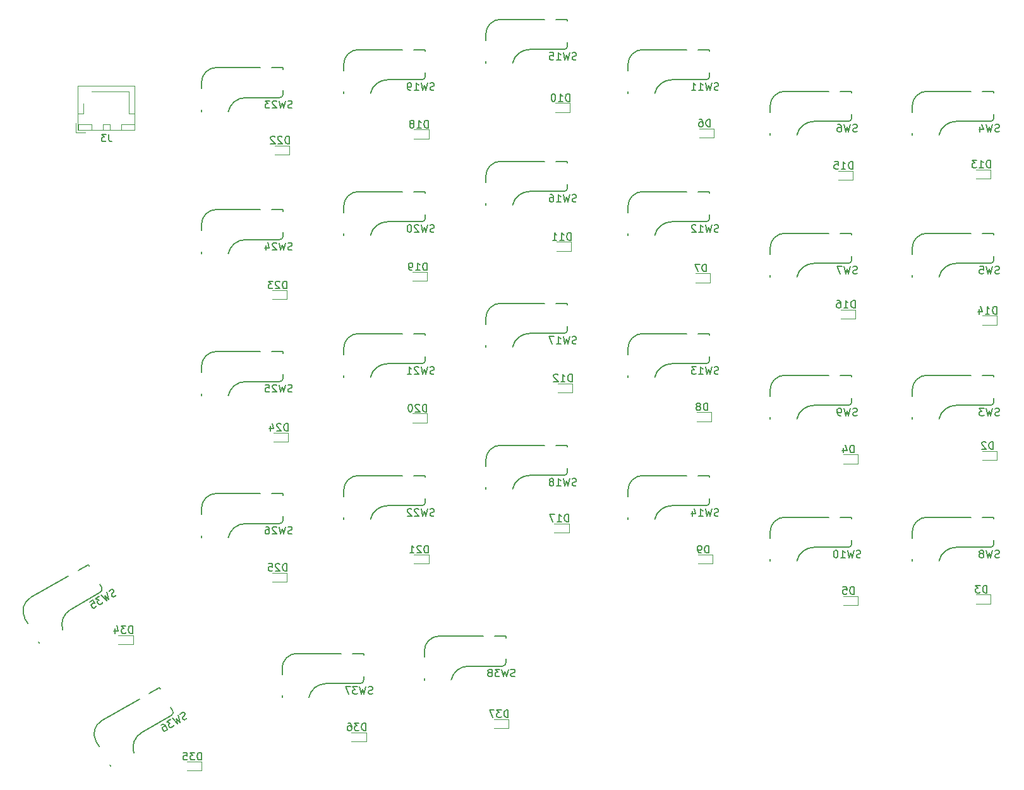
<source format=gbr>
%TF.GenerationSoftware,KiCad,Pcbnew,8.0.8*%
%TF.CreationDate,2025-02-12T11:53:30+01:00*%
%TF.ProjectId,PCB_d,5043425f-642e-46b6-9963-61645f706362,rev?*%
%TF.SameCoordinates,Original*%
%TF.FileFunction,Legend,Bot*%
%TF.FilePolarity,Positive*%
%FSLAX46Y46*%
G04 Gerber Fmt 4.6, Leading zero omitted, Abs format (unit mm)*
G04 Created by KiCad (PCBNEW 8.0.8) date 2025-02-12 11:53:30*
%MOMM*%
%LPD*%
G01*
G04 APERTURE LIST*
%ADD10C,0.150000*%
%ADD11C,0.120000*%
G04 APERTURE END LIST*
D10*
X156632783Y-55914019D02*
X156632783Y-56628304D01*
X156632783Y-56628304D02*
X156680402Y-56771161D01*
X156680402Y-56771161D02*
X156775640Y-56866400D01*
X156775640Y-56866400D02*
X156918497Y-56914019D01*
X156918497Y-56914019D02*
X157013735Y-56914019D01*
X156251830Y-55914019D02*
X155632783Y-55914019D01*
X155632783Y-55914019D02*
X155966116Y-56294971D01*
X155966116Y-56294971D02*
X155823259Y-56294971D01*
X155823259Y-56294971D02*
X155728021Y-56342590D01*
X155728021Y-56342590D02*
X155680402Y-56390209D01*
X155680402Y-56390209D02*
X155632783Y-56485447D01*
X155632783Y-56485447D02*
X155632783Y-56723542D01*
X155632783Y-56723542D02*
X155680402Y-56818780D01*
X155680402Y-56818780D02*
X155728021Y-56866400D01*
X155728021Y-56866400D02*
X155823259Y-56914019D01*
X155823259Y-56914019D02*
X156108973Y-56914019D01*
X156108973Y-56914019D02*
X156204211Y-56866400D01*
X156204211Y-56866400D02*
X156251830Y-56818780D01*
X159814285Y-122879819D02*
X159814285Y-121879819D01*
X159814285Y-121879819D02*
X159576190Y-121879819D01*
X159576190Y-121879819D02*
X159433333Y-121927438D01*
X159433333Y-121927438D02*
X159338095Y-122022676D01*
X159338095Y-122022676D02*
X159290476Y-122117914D01*
X159290476Y-122117914D02*
X159242857Y-122308390D01*
X159242857Y-122308390D02*
X159242857Y-122451247D01*
X159242857Y-122451247D02*
X159290476Y-122641723D01*
X159290476Y-122641723D02*
X159338095Y-122736961D01*
X159338095Y-122736961D02*
X159433333Y-122832200D01*
X159433333Y-122832200D02*
X159576190Y-122879819D01*
X159576190Y-122879819D02*
X159814285Y-122879819D01*
X158909523Y-121879819D02*
X158290476Y-121879819D01*
X158290476Y-121879819D02*
X158623809Y-122260771D01*
X158623809Y-122260771D02*
X158480952Y-122260771D01*
X158480952Y-122260771D02*
X158385714Y-122308390D01*
X158385714Y-122308390D02*
X158338095Y-122356009D01*
X158338095Y-122356009D02*
X158290476Y-122451247D01*
X158290476Y-122451247D02*
X158290476Y-122689342D01*
X158290476Y-122689342D02*
X158338095Y-122784580D01*
X158338095Y-122784580D02*
X158385714Y-122832200D01*
X158385714Y-122832200D02*
X158480952Y-122879819D01*
X158480952Y-122879819D02*
X158766666Y-122879819D01*
X158766666Y-122879819D02*
X158861904Y-122832200D01*
X158861904Y-122832200D02*
X158909523Y-122784580D01*
X157433333Y-122213152D02*
X157433333Y-122879819D01*
X157671428Y-121832200D02*
X157909523Y-122546485D01*
X157909523Y-122546485D02*
X157290476Y-122546485D01*
X181192171Y-71428200D02*
X181049314Y-71475819D01*
X181049314Y-71475819D02*
X180811219Y-71475819D01*
X180811219Y-71475819D02*
X180715981Y-71428200D01*
X180715981Y-71428200D02*
X180668362Y-71380580D01*
X180668362Y-71380580D02*
X180620743Y-71285342D01*
X180620743Y-71285342D02*
X180620743Y-71190104D01*
X180620743Y-71190104D02*
X180668362Y-71094866D01*
X180668362Y-71094866D02*
X180715981Y-71047247D01*
X180715981Y-71047247D02*
X180811219Y-70999628D01*
X180811219Y-70999628D02*
X181001695Y-70952009D01*
X181001695Y-70952009D02*
X181096933Y-70904390D01*
X181096933Y-70904390D02*
X181144552Y-70856771D01*
X181144552Y-70856771D02*
X181192171Y-70761533D01*
X181192171Y-70761533D02*
X181192171Y-70666295D01*
X181192171Y-70666295D02*
X181144552Y-70571057D01*
X181144552Y-70571057D02*
X181096933Y-70523438D01*
X181096933Y-70523438D02*
X181001695Y-70475819D01*
X181001695Y-70475819D02*
X180763600Y-70475819D01*
X180763600Y-70475819D02*
X180620743Y-70523438D01*
X180287409Y-70475819D02*
X180049314Y-71475819D01*
X180049314Y-71475819D02*
X179858838Y-70761533D01*
X179858838Y-70761533D02*
X179668362Y-71475819D01*
X179668362Y-71475819D02*
X179430267Y-70475819D01*
X179096933Y-70571057D02*
X179049314Y-70523438D01*
X179049314Y-70523438D02*
X178954076Y-70475819D01*
X178954076Y-70475819D02*
X178715981Y-70475819D01*
X178715981Y-70475819D02*
X178620743Y-70523438D01*
X178620743Y-70523438D02*
X178573124Y-70571057D01*
X178573124Y-70571057D02*
X178525505Y-70666295D01*
X178525505Y-70666295D02*
X178525505Y-70761533D01*
X178525505Y-70761533D02*
X178573124Y-70904390D01*
X178573124Y-70904390D02*
X179144552Y-71475819D01*
X179144552Y-71475819D02*
X178525505Y-71475819D01*
X177668362Y-70809152D02*
X177668362Y-71475819D01*
X177906457Y-70428200D02*
X178144552Y-71142485D01*
X178144552Y-71142485D02*
X177525505Y-71142485D01*
X218389285Y-51504819D02*
X218389285Y-50504819D01*
X218389285Y-50504819D02*
X218151190Y-50504819D01*
X218151190Y-50504819D02*
X218008333Y-50552438D01*
X218008333Y-50552438D02*
X217913095Y-50647676D01*
X217913095Y-50647676D02*
X217865476Y-50742914D01*
X217865476Y-50742914D02*
X217817857Y-50933390D01*
X217817857Y-50933390D02*
X217817857Y-51076247D01*
X217817857Y-51076247D02*
X217865476Y-51266723D01*
X217865476Y-51266723D02*
X217913095Y-51361961D01*
X217913095Y-51361961D02*
X218008333Y-51457200D01*
X218008333Y-51457200D02*
X218151190Y-51504819D01*
X218151190Y-51504819D02*
X218389285Y-51504819D01*
X216865476Y-51504819D02*
X217436904Y-51504819D01*
X217151190Y-51504819D02*
X217151190Y-50504819D01*
X217151190Y-50504819D02*
X217246428Y-50647676D01*
X217246428Y-50647676D02*
X217341666Y-50742914D01*
X217341666Y-50742914D02*
X217436904Y-50790533D01*
X216246428Y-50504819D02*
X216151190Y-50504819D01*
X216151190Y-50504819D02*
X216055952Y-50552438D01*
X216055952Y-50552438D02*
X216008333Y-50600057D01*
X216008333Y-50600057D02*
X215960714Y-50695295D01*
X215960714Y-50695295D02*
X215913095Y-50885771D01*
X215913095Y-50885771D02*
X215913095Y-51123866D01*
X215913095Y-51123866D02*
X215960714Y-51314342D01*
X215960714Y-51314342D02*
X216008333Y-51409580D01*
X216008333Y-51409580D02*
X216055952Y-51457200D01*
X216055952Y-51457200D02*
X216151190Y-51504819D01*
X216151190Y-51504819D02*
X216246428Y-51504819D01*
X216246428Y-51504819D02*
X216341666Y-51457200D01*
X216341666Y-51457200D02*
X216389285Y-51409580D01*
X216389285Y-51409580D02*
X216436904Y-51314342D01*
X216436904Y-51314342D02*
X216484523Y-51123866D01*
X216484523Y-51123866D02*
X216484523Y-50885771D01*
X216484523Y-50885771D02*
X216436904Y-50695295D01*
X216436904Y-50695295D02*
X216389285Y-50600057D01*
X216389285Y-50600057D02*
X216341666Y-50552438D01*
X216341666Y-50552438D02*
X216246428Y-50504819D01*
X238342171Y-69015200D02*
X238199314Y-69062819D01*
X238199314Y-69062819D02*
X237961219Y-69062819D01*
X237961219Y-69062819D02*
X237865981Y-69015200D01*
X237865981Y-69015200D02*
X237818362Y-68967580D01*
X237818362Y-68967580D02*
X237770743Y-68872342D01*
X237770743Y-68872342D02*
X237770743Y-68777104D01*
X237770743Y-68777104D02*
X237818362Y-68681866D01*
X237818362Y-68681866D02*
X237865981Y-68634247D01*
X237865981Y-68634247D02*
X237961219Y-68586628D01*
X237961219Y-68586628D02*
X238151695Y-68539009D01*
X238151695Y-68539009D02*
X238246933Y-68491390D01*
X238246933Y-68491390D02*
X238294552Y-68443771D01*
X238294552Y-68443771D02*
X238342171Y-68348533D01*
X238342171Y-68348533D02*
X238342171Y-68253295D01*
X238342171Y-68253295D02*
X238294552Y-68158057D01*
X238294552Y-68158057D02*
X238246933Y-68110438D01*
X238246933Y-68110438D02*
X238151695Y-68062819D01*
X238151695Y-68062819D02*
X237913600Y-68062819D01*
X237913600Y-68062819D02*
X237770743Y-68110438D01*
X237437409Y-68062819D02*
X237199314Y-69062819D01*
X237199314Y-69062819D02*
X237008838Y-68348533D01*
X237008838Y-68348533D02*
X236818362Y-69062819D01*
X236818362Y-69062819D02*
X236580267Y-68062819D01*
X235675505Y-69062819D02*
X236246933Y-69062819D01*
X235961219Y-69062819D02*
X235961219Y-68062819D01*
X235961219Y-68062819D02*
X236056457Y-68205676D01*
X236056457Y-68205676D02*
X236151695Y-68300914D01*
X236151695Y-68300914D02*
X236246933Y-68348533D01*
X235294552Y-68158057D02*
X235246933Y-68110438D01*
X235246933Y-68110438D02*
X235151695Y-68062819D01*
X235151695Y-68062819D02*
X234913600Y-68062819D01*
X234913600Y-68062819D02*
X234818362Y-68110438D01*
X234818362Y-68110438D02*
X234770743Y-68158057D01*
X234770743Y-68158057D02*
X234723124Y-68253295D01*
X234723124Y-68253295D02*
X234723124Y-68348533D01*
X234723124Y-68348533D02*
X234770743Y-68491390D01*
X234770743Y-68491390D02*
X235342171Y-69062819D01*
X235342171Y-69062819D02*
X234723124Y-69062819D01*
X157601301Y-117732339D02*
X157501393Y-117845007D01*
X157501393Y-117845007D02*
X157295196Y-117964055D01*
X157295196Y-117964055D02*
X157188908Y-117970434D01*
X157188908Y-117970434D02*
X157123859Y-117953005D01*
X157123859Y-117953005D02*
X157035001Y-117894336D01*
X157035001Y-117894336D02*
X156987382Y-117811857D01*
X156987382Y-117811857D02*
X156981002Y-117705569D01*
X156981002Y-117705569D02*
X156998432Y-117640520D01*
X156998432Y-117640520D02*
X157057101Y-117551662D01*
X157057101Y-117551662D02*
X157198249Y-117415184D01*
X157198249Y-117415184D02*
X157256918Y-117326326D01*
X157256918Y-117326326D02*
X157274347Y-117261277D01*
X157274347Y-117261277D02*
X157267968Y-117154989D01*
X157267968Y-117154989D02*
X157220349Y-117072510D01*
X157220349Y-117072510D02*
X157131490Y-117013841D01*
X157131490Y-117013841D02*
X157066442Y-116996411D01*
X157066442Y-116996411D02*
X156960153Y-117002791D01*
X156960153Y-117002791D02*
X156753957Y-117121839D01*
X156753957Y-117121839D02*
X156654048Y-117234507D01*
X156341564Y-117359934D02*
X156635367Y-118345007D01*
X156635367Y-118345007D02*
X156113267Y-117821656D01*
X156113267Y-117821656D02*
X156305453Y-118535483D01*
X156305453Y-118535483D02*
X155599256Y-117788505D01*
X155351821Y-117931363D02*
X154815710Y-118240886D01*
X154815710Y-118240886D02*
X155294861Y-118404134D01*
X155294861Y-118404134D02*
X155171143Y-118475563D01*
X155171143Y-118475563D02*
X155112474Y-118564421D01*
X155112474Y-118564421D02*
X155095044Y-118629470D01*
X155095044Y-118629470D02*
X155101424Y-118735758D01*
X155101424Y-118735758D02*
X155220472Y-118941955D01*
X155220472Y-118941955D02*
X155309330Y-119000624D01*
X155309330Y-119000624D02*
X155374379Y-119018053D01*
X155374379Y-119018053D02*
X155480667Y-119011674D01*
X155480667Y-119011674D02*
X155728103Y-118868816D01*
X155728103Y-118868816D02*
X155786772Y-118779958D01*
X155786772Y-118779958D02*
X155804202Y-118714909D01*
X154032163Y-118693267D02*
X154444556Y-118455172D01*
X154444556Y-118455172D02*
X154723890Y-118843756D01*
X154723890Y-118843756D02*
X154658842Y-118826326D01*
X154658842Y-118826326D02*
X154552553Y-118832706D01*
X154552553Y-118832706D02*
X154346357Y-118951753D01*
X154346357Y-118951753D02*
X154287688Y-119040612D01*
X154287688Y-119040612D02*
X154270258Y-119105660D01*
X154270258Y-119105660D02*
X154276638Y-119211948D01*
X154276638Y-119211948D02*
X154395685Y-119418145D01*
X154395685Y-119418145D02*
X154484544Y-119476814D01*
X154484544Y-119476814D02*
X154549593Y-119494244D01*
X154549593Y-119494244D02*
X154655881Y-119487864D01*
X154655881Y-119487864D02*
X154862077Y-119368817D01*
X154862077Y-119368817D02*
X154920746Y-119279958D01*
X154920746Y-119279958D02*
X154938176Y-119214909D01*
X275965804Y-112703200D02*
X275822947Y-112750819D01*
X275822947Y-112750819D02*
X275584852Y-112750819D01*
X275584852Y-112750819D02*
X275489614Y-112703200D01*
X275489614Y-112703200D02*
X275441995Y-112655580D01*
X275441995Y-112655580D02*
X275394376Y-112560342D01*
X275394376Y-112560342D02*
X275394376Y-112465104D01*
X275394376Y-112465104D02*
X275441995Y-112369866D01*
X275441995Y-112369866D02*
X275489614Y-112322247D01*
X275489614Y-112322247D02*
X275584852Y-112274628D01*
X275584852Y-112274628D02*
X275775328Y-112227009D01*
X275775328Y-112227009D02*
X275870566Y-112179390D01*
X275870566Y-112179390D02*
X275918185Y-112131771D01*
X275918185Y-112131771D02*
X275965804Y-112036533D01*
X275965804Y-112036533D02*
X275965804Y-111941295D01*
X275965804Y-111941295D02*
X275918185Y-111846057D01*
X275918185Y-111846057D02*
X275870566Y-111798438D01*
X275870566Y-111798438D02*
X275775328Y-111750819D01*
X275775328Y-111750819D02*
X275537233Y-111750819D01*
X275537233Y-111750819D02*
X275394376Y-111798438D01*
X275061042Y-111750819D02*
X274822947Y-112750819D01*
X274822947Y-112750819D02*
X274632471Y-112036533D01*
X274632471Y-112036533D02*
X274441995Y-112750819D01*
X274441995Y-112750819D02*
X274203900Y-111750819D01*
X273680090Y-112179390D02*
X273775328Y-112131771D01*
X273775328Y-112131771D02*
X273822947Y-112084152D01*
X273822947Y-112084152D02*
X273870566Y-111988914D01*
X273870566Y-111988914D02*
X273870566Y-111941295D01*
X273870566Y-111941295D02*
X273822947Y-111846057D01*
X273822947Y-111846057D02*
X273775328Y-111798438D01*
X273775328Y-111798438D02*
X273680090Y-111750819D01*
X273680090Y-111750819D02*
X273489614Y-111750819D01*
X273489614Y-111750819D02*
X273394376Y-111798438D01*
X273394376Y-111798438D02*
X273346757Y-111846057D01*
X273346757Y-111846057D02*
X273299138Y-111941295D01*
X273299138Y-111941295D02*
X273299138Y-111988914D01*
X273299138Y-111988914D02*
X273346757Y-112084152D01*
X273346757Y-112084152D02*
X273394376Y-112131771D01*
X273394376Y-112131771D02*
X273489614Y-112179390D01*
X273489614Y-112179390D02*
X273680090Y-112179390D01*
X273680090Y-112179390D02*
X273775328Y-112227009D01*
X273775328Y-112227009D02*
X273822947Y-112274628D01*
X273822947Y-112274628D02*
X273870566Y-112369866D01*
X273870566Y-112369866D02*
X273870566Y-112560342D01*
X273870566Y-112560342D02*
X273822947Y-112655580D01*
X273822947Y-112655580D02*
X273775328Y-112703200D01*
X273775328Y-112703200D02*
X273680090Y-112750819D01*
X273680090Y-112750819D02*
X273489614Y-112750819D01*
X273489614Y-112750819D02*
X273394376Y-112703200D01*
X273394376Y-112703200D02*
X273346757Y-112655580D01*
X273346757Y-112655580D02*
X273299138Y-112560342D01*
X273299138Y-112560342D02*
X273299138Y-112369866D01*
X273299138Y-112369866D02*
X273346757Y-112274628D01*
X273346757Y-112274628D02*
X273394376Y-112227009D01*
X273394376Y-112227009D02*
X273489614Y-112179390D01*
X238342171Y-88065200D02*
X238199314Y-88112819D01*
X238199314Y-88112819D02*
X237961219Y-88112819D01*
X237961219Y-88112819D02*
X237865981Y-88065200D01*
X237865981Y-88065200D02*
X237818362Y-88017580D01*
X237818362Y-88017580D02*
X237770743Y-87922342D01*
X237770743Y-87922342D02*
X237770743Y-87827104D01*
X237770743Y-87827104D02*
X237818362Y-87731866D01*
X237818362Y-87731866D02*
X237865981Y-87684247D01*
X237865981Y-87684247D02*
X237961219Y-87636628D01*
X237961219Y-87636628D02*
X238151695Y-87589009D01*
X238151695Y-87589009D02*
X238246933Y-87541390D01*
X238246933Y-87541390D02*
X238294552Y-87493771D01*
X238294552Y-87493771D02*
X238342171Y-87398533D01*
X238342171Y-87398533D02*
X238342171Y-87303295D01*
X238342171Y-87303295D02*
X238294552Y-87208057D01*
X238294552Y-87208057D02*
X238246933Y-87160438D01*
X238246933Y-87160438D02*
X238151695Y-87112819D01*
X238151695Y-87112819D02*
X237913600Y-87112819D01*
X237913600Y-87112819D02*
X237770743Y-87160438D01*
X237437409Y-87112819D02*
X237199314Y-88112819D01*
X237199314Y-88112819D02*
X237008838Y-87398533D01*
X237008838Y-87398533D02*
X236818362Y-88112819D01*
X236818362Y-88112819D02*
X236580267Y-87112819D01*
X235675505Y-88112819D02*
X236246933Y-88112819D01*
X235961219Y-88112819D02*
X235961219Y-87112819D01*
X235961219Y-87112819D02*
X236056457Y-87255676D01*
X236056457Y-87255676D02*
X236151695Y-87350914D01*
X236151695Y-87350914D02*
X236246933Y-87398533D01*
X235342171Y-87112819D02*
X234723124Y-87112819D01*
X234723124Y-87112819D02*
X235056457Y-87493771D01*
X235056457Y-87493771D02*
X234913600Y-87493771D01*
X234913600Y-87493771D02*
X234818362Y-87541390D01*
X234818362Y-87541390D02*
X234770743Y-87589009D01*
X234770743Y-87589009D02*
X234723124Y-87684247D01*
X234723124Y-87684247D02*
X234723124Y-87922342D01*
X234723124Y-87922342D02*
X234770743Y-88017580D01*
X234770743Y-88017580D02*
X234818362Y-88065200D01*
X234818362Y-88065200D02*
X234913600Y-88112819D01*
X234913600Y-88112819D02*
X235199314Y-88112819D01*
X235199314Y-88112819D02*
X235294552Y-88065200D01*
X235294552Y-88065200D02*
X235342171Y-88017580D01*
X219291995Y-64951200D02*
X219149138Y-64998819D01*
X219149138Y-64998819D02*
X218911043Y-64998819D01*
X218911043Y-64998819D02*
X218815805Y-64951200D01*
X218815805Y-64951200D02*
X218768186Y-64903580D01*
X218768186Y-64903580D02*
X218720567Y-64808342D01*
X218720567Y-64808342D02*
X218720567Y-64713104D01*
X218720567Y-64713104D02*
X218768186Y-64617866D01*
X218768186Y-64617866D02*
X218815805Y-64570247D01*
X218815805Y-64570247D02*
X218911043Y-64522628D01*
X218911043Y-64522628D02*
X219101519Y-64475009D01*
X219101519Y-64475009D02*
X219196757Y-64427390D01*
X219196757Y-64427390D02*
X219244376Y-64379771D01*
X219244376Y-64379771D02*
X219291995Y-64284533D01*
X219291995Y-64284533D02*
X219291995Y-64189295D01*
X219291995Y-64189295D02*
X219244376Y-64094057D01*
X219244376Y-64094057D02*
X219196757Y-64046438D01*
X219196757Y-64046438D02*
X219101519Y-63998819D01*
X219101519Y-63998819D02*
X218863424Y-63998819D01*
X218863424Y-63998819D02*
X218720567Y-64046438D01*
X218387233Y-63998819D02*
X218149138Y-64998819D01*
X218149138Y-64998819D02*
X217958662Y-64284533D01*
X217958662Y-64284533D02*
X217768186Y-64998819D01*
X217768186Y-64998819D02*
X217530091Y-63998819D01*
X216625329Y-64998819D02*
X217196757Y-64998819D01*
X216911043Y-64998819D02*
X216911043Y-63998819D01*
X216911043Y-63998819D02*
X217006281Y-64141676D01*
X217006281Y-64141676D02*
X217101519Y-64236914D01*
X217101519Y-64236914D02*
X217196757Y-64284533D01*
X215768186Y-63998819D02*
X215958662Y-63998819D01*
X215958662Y-63998819D02*
X216053900Y-64046438D01*
X216053900Y-64046438D02*
X216101519Y-64094057D01*
X216101519Y-64094057D02*
X216196757Y-64236914D01*
X216196757Y-64236914D02*
X216244376Y-64427390D01*
X216244376Y-64427390D02*
X216244376Y-64808342D01*
X216244376Y-64808342D02*
X216196757Y-64903580D01*
X216196757Y-64903580D02*
X216149138Y-64951200D01*
X216149138Y-64951200D02*
X216053900Y-64998819D01*
X216053900Y-64998819D02*
X215863424Y-64998819D01*
X215863424Y-64998819D02*
X215768186Y-64951200D01*
X215768186Y-64951200D02*
X215720567Y-64903580D01*
X215720567Y-64903580D02*
X215672948Y-64808342D01*
X215672948Y-64808342D02*
X215672948Y-64570247D01*
X215672948Y-64570247D02*
X215720567Y-64475009D01*
X215720567Y-64475009D02*
X215768186Y-64427390D01*
X215768186Y-64427390D02*
X215863424Y-64379771D01*
X215863424Y-64379771D02*
X216053900Y-64379771D01*
X216053900Y-64379771D02*
X216149138Y-64427390D01*
X216149138Y-64427390D02*
X216196757Y-64475009D01*
X216196757Y-64475009D02*
X216244376Y-64570247D01*
X181191995Y-90478200D02*
X181049138Y-90525819D01*
X181049138Y-90525819D02*
X180811043Y-90525819D01*
X180811043Y-90525819D02*
X180715805Y-90478200D01*
X180715805Y-90478200D02*
X180668186Y-90430580D01*
X180668186Y-90430580D02*
X180620567Y-90335342D01*
X180620567Y-90335342D02*
X180620567Y-90240104D01*
X180620567Y-90240104D02*
X180668186Y-90144866D01*
X180668186Y-90144866D02*
X180715805Y-90097247D01*
X180715805Y-90097247D02*
X180811043Y-90049628D01*
X180811043Y-90049628D02*
X181001519Y-90002009D01*
X181001519Y-90002009D02*
X181096757Y-89954390D01*
X181096757Y-89954390D02*
X181144376Y-89906771D01*
X181144376Y-89906771D02*
X181191995Y-89811533D01*
X181191995Y-89811533D02*
X181191995Y-89716295D01*
X181191995Y-89716295D02*
X181144376Y-89621057D01*
X181144376Y-89621057D02*
X181096757Y-89573438D01*
X181096757Y-89573438D02*
X181001519Y-89525819D01*
X181001519Y-89525819D02*
X180763424Y-89525819D01*
X180763424Y-89525819D02*
X180620567Y-89573438D01*
X180287233Y-89525819D02*
X180049138Y-90525819D01*
X180049138Y-90525819D02*
X179858662Y-89811533D01*
X179858662Y-89811533D02*
X179668186Y-90525819D01*
X179668186Y-90525819D02*
X179430091Y-89525819D01*
X179096757Y-89621057D02*
X179049138Y-89573438D01*
X179049138Y-89573438D02*
X178953900Y-89525819D01*
X178953900Y-89525819D02*
X178715805Y-89525819D01*
X178715805Y-89525819D02*
X178620567Y-89573438D01*
X178620567Y-89573438D02*
X178572948Y-89621057D01*
X178572948Y-89621057D02*
X178525329Y-89716295D01*
X178525329Y-89716295D02*
X178525329Y-89811533D01*
X178525329Y-89811533D02*
X178572948Y-89954390D01*
X178572948Y-89954390D02*
X179144376Y-90525819D01*
X179144376Y-90525819D02*
X178525329Y-90525819D01*
X177620567Y-89525819D02*
X178096757Y-89525819D01*
X178096757Y-89525819D02*
X178144376Y-90002009D01*
X178144376Y-90002009D02*
X178096757Y-89954390D01*
X178096757Y-89954390D02*
X178001519Y-89906771D01*
X178001519Y-89906771D02*
X177763424Y-89906771D01*
X177763424Y-89906771D02*
X177668186Y-89954390D01*
X177668186Y-89954390D02*
X177620567Y-90002009D01*
X177620567Y-90002009D02*
X177572948Y-90097247D01*
X177572948Y-90097247D02*
X177572948Y-90335342D01*
X177572948Y-90335342D02*
X177620567Y-90430580D01*
X177620567Y-90430580D02*
X177668186Y-90478200D01*
X177668186Y-90478200D02*
X177763424Y-90525819D01*
X177763424Y-90525819D02*
X178001519Y-90525819D01*
X178001519Y-90525819D02*
X178096757Y-90478200D01*
X178096757Y-90478200D02*
X178144376Y-90430580D01*
X199264285Y-74179819D02*
X199264285Y-73179819D01*
X199264285Y-73179819D02*
X199026190Y-73179819D01*
X199026190Y-73179819D02*
X198883333Y-73227438D01*
X198883333Y-73227438D02*
X198788095Y-73322676D01*
X198788095Y-73322676D02*
X198740476Y-73417914D01*
X198740476Y-73417914D02*
X198692857Y-73608390D01*
X198692857Y-73608390D02*
X198692857Y-73751247D01*
X198692857Y-73751247D02*
X198740476Y-73941723D01*
X198740476Y-73941723D02*
X198788095Y-74036961D01*
X198788095Y-74036961D02*
X198883333Y-74132200D01*
X198883333Y-74132200D02*
X199026190Y-74179819D01*
X199026190Y-74179819D02*
X199264285Y-74179819D01*
X197740476Y-74179819D02*
X198311904Y-74179819D01*
X198026190Y-74179819D02*
X198026190Y-73179819D01*
X198026190Y-73179819D02*
X198121428Y-73322676D01*
X198121428Y-73322676D02*
X198216666Y-73417914D01*
X198216666Y-73417914D02*
X198311904Y-73465533D01*
X197264285Y-74179819D02*
X197073809Y-74179819D01*
X197073809Y-74179819D02*
X196978571Y-74132200D01*
X196978571Y-74132200D02*
X196930952Y-74084580D01*
X196930952Y-74084580D02*
X196835714Y-73941723D01*
X196835714Y-73941723D02*
X196788095Y-73751247D01*
X196788095Y-73751247D02*
X196788095Y-73370295D01*
X196788095Y-73370295D02*
X196835714Y-73275057D01*
X196835714Y-73275057D02*
X196883333Y-73227438D01*
X196883333Y-73227438D02*
X196978571Y-73179819D01*
X196978571Y-73179819D02*
X197169047Y-73179819D01*
X197169047Y-73179819D02*
X197264285Y-73227438D01*
X197264285Y-73227438D02*
X197311904Y-73275057D01*
X197311904Y-73275057D02*
X197359523Y-73370295D01*
X197359523Y-73370295D02*
X197359523Y-73608390D01*
X197359523Y-73608390D02*
X197311904Y-73703628D01*
X197311904Y-73703628D02*
X197264285Y-73751247D01*
X197264285Y-73751247D02*
X197169047Y-73798866D01*
X197169047Y-73798866D02*
X196978571Y-73798866D01*
X196978571Y-73798866D02*
X196883333Y-73751247D01*
X196883333Y-73751247D02*
X196835714Y-73703628D01*
X196835714Y-73703628D02*
X196788095Y-73608390D01*
X180639285Y-95729819D02*
X180639285Y-94729819D01*
X180639285Y-94729819D02*
X180401190Y-94729819D01*
X180401190Y-94729819D02*
X180258333Y-94777438D01*
X180258333Y-94777438D02*
X180163095Y-94872676D01*
X180163095Y-94872676D02*
X180115476Y-94967914D01*
X180115476Y-94967914D02*
X180067857Y-95158390D01*
X180067857Y-95158390D02*
X180067857Y-95301247D01*
X180067857Y-95301247D02*
X180115476Y-95491723D01*
X180115476Y-95491723D02*
X180163095Y-95586961D01*
X180163095Y-95586961D02*
X180258333Y-95682200D01*
X180258333Y-95682200D02*
X180401190Y-95729819D01*
X180401190Y-95729819D02*
X180639285Y-95729819D01*
X179686904Y-94825057D02*
X179639285Y-94777438D01*
X179639285Y-94777438D02*
X179544047Y-94729819D01*
X179544047Y-94729819D02*
X179305952Y-94729819D01*
X179305952Y-94729819D02*
X179210714Y-94777438D01*
X179210714Y-94777438D02*
X179163095Y-94825057D01*
X179163095Y-94825057D02*
X179115476Y-94920295D01*
X179115476Y-94920295D02*
X179115476Y-95015533D01*
X179115476Y-95015533D02*
X179163095Y-95158390D01*
X179163095Y-95158390D02*
X179734523Y-95729819D01*
X179734523Y-95729819D02*
X179115476Y-95729819D01*
X178258333Y-95063152D02*
X178258333Y-95729819D01*
X178496428Y-94682200D02*
X178734523Y-95396485D01*
X178734523Y-95396485D02*
X178115476Y-95396485D01*
X180464285Y-76629819D02*
X180464285Y-75629819D01*
X180464285Y-75629819D02*
X180226190Y-75629819D01*
X180226190Y-75629819D02*
X180083333Y-75677438D01*
X180083333Y-75677438D02*
X179988095Y-75772676D01*
X179988095Y-75772676D02*
X179940476Y-75867914D01*
X179940476Y-75867914D02*
X179892857Y-76058390D01*
X179892857Y-76058390D02*
X179892857Y-76201247D01*
X179892857Y-76201247D02*
X179940476Y-76391723D01*
X179940476Y-76391723D02*
X179988095Y-76486961D01*
X179988095Y-76486961D02*
X180083333Y-76582200D01*
X180083333Y-76582200D02*
X180226190Y-76629819D01*
X180226190Y-76629819D02*
X180464285Y-76629819D01*
X179511904Y-75725057D02*
X179464285Y-75677438D01*
X179464285Y-75677438D02*
X179369047Y-75629819D01*
X179369047Y-75629819D02*
X179130952Y-75629819D01*
X179130952Y-75629819D02*
X179035714Y-75677438D01*
X179035714Y-75677438D02*
X178988095Y-75725057D01*
X178988095Y-75725057D02*
X178940476Y-75820295D01*
X178940476Y-75820295D02*
X178940476Y-75915533D01*
X178940476Y-75915533D02*
X178988095Y-76058390D01*
X178988095Y-76058390D02*
X179559523Y-76629819D01*
X179559523Y-76629819D02*
X178940476Y-76629819D01*
X178607142Y-75629819D02*
X177988095Y-75629819D01*
X177988095Y-75629819D02*
X178321428Y-76010771D01*
X178321428Y-76010771D02*
X178178571Y-76010771D01*
X178178571Y-76010771D02*
X178083333Y-76058390D01*
X178083333Y-76058390D02*
X178035714Y-76106009D01*
X178035714Y-76106009D02*
X177988095Y-76201247D01*
X177988095Y-76201247D02*
X177988095Y-76439342D01*
X177988095Y-76439342D02*
X178035714Y-76534580D01*
X178035714Y-76534580D02*
X178083333Y-76582200D01*
X178083333Y-76582200D02*
X178178571Y-76629819D01*
X178178571Y-76629819D02*
X178464285Y-76629819D01*
X178464285Y-76629819D02*
X178559523Y-76582200D01*
X178559523Y-76582200D02*
X178607142Y-76534580D01*
X218564285Y-70129819D02*
X218564285Y-69129819D01*
X218564285Y-69129819D02*
X218326190Y-69129819D01*
X218326190Y-69129819D02*
X218183333Y-69177438D01*
X218183333Y-69177438D02*
X218088095Y-69272676D01*
X218088095Y-69272676D02*
X218040476Y-69367914D01*
X218040476Y-69367914D02*
X217992857Y-69558390D01*
X217992857Y-69558390D02*
X217992857Y-69701247D01*
X217992857Y-69701247D02*
X218040476Y-69891723D01*
X218040476Y-69891723D02*
X218088095Y-69986961D01*
X218088095Y-69986961D02*
X218183333Y-70082200D01*
X218183333Y-70082200D02*
X218326190Y-70129819D01*
X218326190Y-70129819D02*
X218564285Y-70129819D01*
X217040476Y-70129819D02*
X217611904Y-70129819D01*
X217326190Y-70129819D02*
X217326190Y-69129819D01*
X217326190Y-69129819D02*
X217421428Y-69272676D01*
X217421428Y-69272676D02*
X217516666Y-69367914D01*
X217516666Y-69367914D02*
X217611904Y-69415533D01*
X216088095Y-70129819D02*
X216659523Y-70129819D01*
X216373809Y-70129819D02*
X216373809Y-69129819D01*
X216373809Y-69129819D02*
X216469047Y-69272676D01*
X216469047Y-69272676D02*
X216564285Y-69367914D01*
X216564285Y-69367914D02*
X216659523Y-69415533D01*
X181192171Y-109528200D02*
X181049314Y-109575819D01*
X181049314Y-109575819D02*
X180811219Y-109575819D01*
X180811219Y-109575819D02*
X180715981Y-109528200D01*
X180715981Y-109528200D02*
X180668362Y-109480580D01*
X180668362Y-109480580D02*
X180620743Y-109385342D01*
X180620743Y-109385342D02*
X180620743Y-109290104D01*
X180620743Y-109290104D02*
X180668362Y-109194866D01*
X180668362Y-109194866D02*
X180715981Y-109147247D01*
X180715981Y-109147247D02*
X180811219Y-109099628D01*
X180811219Y-109099628D02*
X181001695Y-109052009D01*
X181001695Y-109052009D02*
X181096933Y-109004390D01*
X181096933Y-109004390D02*
X181144552Y-108956771D01*
X181144552Y-108956771D02*
X181192171Y-108861533D01*
X181192171Y-108861533D02*
X181192171Y-108766295D01*
X181192171Y-108766295D02*
X181144552Y-108671057D01*
X181144552Y-108671057D02*
X181096933Y-108623438D01*
X181096933Y-108623438D02*
X181001695Y-108575819D01*
X181001695Y-108575819D02*
X180763600Y-108575819D01*
X180763600Y-108575819D02*
X180620743Y-108623438D01*
X180287409Y-108575819D02*
X180049314Y-109575819D01*
X180049314Y-109575819D02*
X179858838Y-108861533D01*
X179858838Y-108861533D02*
X179668362Y-109575819D01*
X179668362Y-109575819D02*
X179430267Y-108575819D01*
X179096933Y-108671057D02*
X179049314Y-108623438D01*
X179049314Y-108623438D02*
X178954076Y-108575819D01*
X178954076Y-108575819D02*
X178715981Y-108575819D01*
X178715981Y-108575819D02*
X178620743Y-108623438D01*
X178620743Y-108623438D02*
X178573124Y-108671057D01*
X178573124Y-108671057D02*
X178525505Y-108766295D01*
X178525505Y-108766295D02*
X178525505Y-108861533D01*
X178525505Y-108861533D02*
X178573124Y-109004390D01*
X178573124Y-109004390D02*
X179144552Y-109575819D01*
X179144552Y-109575819D02*
X178525505Y-109575819D01*
X177668362Y-108575819D02*
X177858838Y-108575819D01*
X177858838Y-108575819D02*
X177954076Y-108623438D01*
X177954076Y-108623438D02*
X178001695Y-108671057D01*
X178001695Y-108671057D02*
X178096933Y-108813914D01*
X178096933Y-108813914D02*
X178144552Y-109004390D01*
X178144552Y-109004390D02*
X178144552Y-109385342D01*
X178144552Y-109385342D02*
X178096933Y-109480580D01*
X178096933Y-109480580D02*
X178049314Y-109528200D01*
X178049314Y-109528200D02*
X177954076Y-109575819D01*
X177954076Y-109575819D02*
X177763600Y-109575819D01*
X177763600Y-109575819D02*
X177668362Y-109528200D01*
X177668362Y-109528200D02*
X177620743Y-109480580D01*
X177620743Y-109480580D02*
X177573124Y-109385342D01*
X177573124Y-109385342D02*
X177573124Y-109147247D01*
X177573124Y-109147247D02*
X177620743Y-109052009D01*
X177620743Y-109052009D02*
X177668362Y-109004390D01*
X177668362Y-109004390D02*
X177763600Y-108956771D01*
X177763600Y-108956771D02*
X177954076Y-108956771D01*
X177954076Y-108956771D02*
X178049314Y-109004390D01*
X178049314Y-109004390D02*
X178096933Y-109052009D01*
X178096933Y-109052009D02*
X178144552Y-109147247D01*
X200242171Y-88065200D02*
X200099314Y-88112819D01*
X200099314Y-88112819D02*
X199861219Y-88112819D01*
X199861219Y-88112819D02*
X199765981Y-88065200D01*
X199765981Y-88065200D02*
X199718362Y-88017580D01*
X199718362Y-88017580D02*
X199670743Y-87922342D01*
X199670743Y-87922342D02*
X199670743Y-87827104D01*
X199670743Y-87827104D02*
X199718362Y-87731866D01*
X199718362Y-87731866D02*
X199765981Y-87684247D01*
X199765981Y-87684247D02*
X199861219Y-87636628D01*
X199861219Y-87636628D02*
X200051695Y-87589009D01*
X200051695Y-87589009D02*
X200146933Y-87541390D01*
X200146933Y-87541390D02*
X200194552Y-87493771D01*
X200194552Y-87493771D02*
X200242171Y-87398533D01*
X200242171Y-87398533D02*
X200242171Y-87303295D01*
X200242171Y-87303295D02*
X200194552Y-87208057D01*
X200194552Y-87208057D02*
X200146933Y-87160438D01*
X200146933Y-87160438D02*
X200051695Y-87112819D01*
X200051695Y-87112819D02*
X199813600Y-87112819D01*
X199813600Y-87112819D02*
X199670743Y-87160438D01*
X199337409Y-87112819D02*
X199099314Y-88112819D01*
X199099314Y-88112819D02*
X198908838Y-87398533D01*
X198908838Y-87398533D02*
X198718362Y-88112819D01*
X198718362Y-88112819D02*
X198480267Y-87112819D01*
X198146933Y-87208057D02*
X198099314Y-87160438D01*
X198099314Y-87160438D02*
X198004076Y-87112819D01*
X198004076Y-87112819D02*
X197765981Y-87112819D01*
X197765981Y-87112819D02*
X197670743Y-87160438D01*
X197670743Y-87160438D02*
X197623124Y-87208057D01*
X197623124Y-87208057D02*
X197575505Y-87303295D01*
X197575505Y-87303295D02*
X197575505Y-87398533D01*
X197575505Y-87398533D02*
X197623124Y-87541390D01*
X197623124Y-87541390D02*
X198194552Y-88112819D01*
X198194552Y-88112819D02*
X197575505Y-88112819D01*
X196623124Y-88112819D02*
X197194552Y-88112819D01*
X196908838Y-88112819D02*
X196908838Y-87112819D01*
X196908838Y-87112819D02*
X197004076Y-87255676D01*
X197004076Y-87255676D02*
X197099314Y-87350914D01*
X197099314Y-87350914D02*
X197194552Y-87398533D01*
X191987523Y-130991200D02*
X191844666Y-131038819D01*
X191844666Y-131038819D02*
X191606571Y-131038819D01*
X191606571Y-131038819D02*
X191511333Y-130991200D01*
X191511333Y-130991200D02*
X191463714Y-130943580D01*
X191463714Y-130943580D02*
X191416095Y-130848342D01*
X191416095Y-130848342D02*
X191416095Y-130753104D01*
X191416095Y-130753104D02*
X191463714Y-130657866D01*
X191463714Y-130657866D02*
X191511333Y-130610247D01*
X191511333Y-130610247D02*
X191606571Y-130562628D01*
X191606571Y-130562628D02*
X191797047Y-130515009D01*
X191797047Y-130515009D02*
X191892285Y-130467390D01*
X191892285Y-130467390D02*
X191939904Y-130419771D01*
X191939904Y-130419771D02*
X191987523Y-130324533D01*
X191987523Y-130324533D02*
X191987523Y-130229295D01*
X191987523Y-130229295D02*
X191939904Y-130134057D01*
X191939904Y-130134057D02*
X191892285Y-130086438D01*
X191892285Y-130086438D02*
X191797047Y-130038819D01*
X191797047Y-130038819D02*
X191558952Y-130038819D01*
X191558952Y-130038819D02*
X191416095Y-130086438D01*
X191082761Y-130038819D02*
X190844666Y-131038819D01*
X190844666Y-131038819D02*
X190654190Y-130324533D01*
X190654190Y-130324533D02*
X190463714Y-131038819D01*
X190463714Y-131038819D02*
X190225619Y-130038819D01*
X189939904Y-130038819D02*
X189320857Y-130038819D01*
X189320857Y-130038819D02*
X189654190Y-130419771D01*
X189654190Y-130419771D02*
X189511333Y-130419771D01*
X189511333Y-130419771D02*
X189416095Y-130467390D01*
X189416095Y-130467390D02*
X189368476Y-130515009D01*
X189368476Y-130515009D02*
X189320857Y-130610247D01*
X189320857Y-130610247D02*
X189320857Y-130848342D01*
X189320857Y-130848342D02*
X189368476Y-130943580D01*
X189368476Y-130943580D02*
X189416095Y-130991200D01*
X189416095Y-130991200D02*
X189511333Y-131038819D01*
X189511333Y-131038819D02*
X189797047Y-131038819D01*
X189797047Y-131038819D02*
X189892285Y-130991200D01*
X189892285Y-130991200D02*
X189939904Y-130943580D01*
X188987523Y-130038819D02*
X188320857Y-130038819D01*
X188320857Y-130038819D02*
X188749428Y-131038819D01*
X191064285Y-135929819D02*
X191064285Y-134929819D01*
X191064285Y-134929819D02*
X190826190Y-134929819D01*
X190826190Y-134929819D02*
X190683333Y-134977438D01*
X190683333Y-134977438D02*
X190588095Y-135072676D01*
X190588095Y-135072676D02*
X190540476Y-135167914D01*
X190540476Y-135167914D02*
X190492857Y-135358390D01*
X190492857Y-135358390D02*
X190492857Y-135501247D01*
X190492857Y-135501247D02*
X190540476Y-135691723D01*
X190540476Y-135691723D02*
X190588095Y-135786961D01*
X190588095Y-135786961D02*
X190683333Y-135882200D01*
X190683333Y-135882200D02*
X190826190Y-135929819D01*
X190826190Y-135929819D02*
X191064285Y-135929819D01*
X190159523Y-134929819D02*
X189540476Y-134929819D01*
X189540476Y-134929819D02*
X189873809Y-135310771D01*
X189873809Y-135310771D02*
X189730952Y-135310771D01*
X189730952Y-135310771D02*
X189635714Y-135358390D01*
X189635714Y-135358390D02*
X189588095Y-135406009D01*
X189588095Y-135406009D02*
X189540476Y-135501247D01*
X189540476Y-135501247D02*
X189540476Y-135739342D01*
X189540476Y-135739342D02*
X189588095Y-135834580D01*
X189588095Y-135834580D02*
X189635714Y-135882200D01*
X189635714Y-135882200D02*
X189730952Y-135929819D01*
X189730952Y-135929819D02*
X190016666Y-135929819D01*
X190016666Y-135929819D02*
X190111904Y-135882200D01*
X190111904Y-135882200D02*
X190159523Y-135834580D01*
X188683333Y-134929819D02*
X188873809Y-134929819D01*
X188873809Y-134929819D02*
X188969047Y-134977438D01*
X188969047Y-134977438D02*
X189016666Y-135025057D01*
X189016666Y-135025057D02*
X189111904Y-135167914D01*
X189111904Y-135167914D02*
X189159523Y-135358390D01*
X189159523Y-135358390D02*
X189159523Y-135739342D01*
X189159523Y-135739342D02*
X189111904Y-135834580D01*
X189111904Y-135834580D02*
X189064285Y-135882200D01*
X189064285Y-135882200D02*
X188969047Y-135929819D01*
X188969047Y-135929819D02*
X188778571Y-135929819D01*
X188778571Y-135929819D02*
X188683333Y-135882200D01*
X188683333Y-135882200D02*
X188635714Y-135834580D01*
X188635714Y-135834580D02*
X188588095Y-135739342D01*
X188588095Y-135739342D02*
X188588095Y-135501247D01*
X188588095Y-135501247D02*
X188635714Y-135406009D01*
X188635714Y-135406009D02*
X188683333Y-135358390D01*
X188683333Y-135358390D02*
X188778571Y-135310771D01*
X188778571Y-135310771D02*
X188969047Y-135310771D01*
X188969047Y-135310771D02*
X189064285Y-135358390D01*
X189064285Y-135358390D02*
X189111904Y-135406009D01*
X189111904Y-135406009D02*
X189159523Y-135501247D01*
X256915980Y-74603200D02*
X256773123Y-74650819D01*
X256773123Y-74650819D02*
X256535028Y-74650819D01*
X256535028Y-74650819D02*
X256439790Y-74603200D01*
X256439790Y-74603200D02*
X256392171Y-74555580D01*
X256392171Y-74555580D02*
X256344552Y-74460342D01*
X256344552Y-74460342D02*
X256344552Y-74365104D01*
X256344552Y-74365104D02*
X256392171Y-74269866D01*
X256392171Y-74269866D02*
X256439790Y-74222247D01*
X256439790Y-74222247D02*
X256535028Y-74174628D01*
X256535028Y-74174628D02*
X256725504Y-74127009D01*
X256725504Y-74127009D02*
X256820742Y-74079390D01*
X256820742Y-74079390D02*
X256868361Y-74031771D01*
X256868361Y-74031771D02*
X256915980Y-73936533D01*
X256915980Y-73936533D02*
X256915980Y-73841295D01*
X256915980Y-73841295D02*
X256868361Y-73746057D01*
X256868361Y-73746057D02*
X256820742Y-73698438D01*
X256820742Y-73698438D02*
X256725504Y-73650819D01*
X256725504Y-73650819D02*
X256487409Y-73650819D01*
X256487409Y-73650819D02*
X256344552Y-73698438D01*
X256011218Y-73650819D02*
X255773123Y-74650819D01*
X255773123Y-74650819D02*
X255582647Y-73936533D01*
X255582647Y-73936533D02*
X255392171Y-74650819D01*
X255392171Y-74650819D02*
X255154076Y-73650819D01*
X254868361Y-73650819D02*
X254201695Y-73650819D01*
X254201695Y-73650819D02*
X254630266Y-74650819D01*
X200241995Y-69015200D02*
X200099138Y-69062819D01*
X200099138Y-69062819D02*
X199861043Y-69062819D01*
X199861043Y-69062819D02*
X199765805Y-69015200D01*
X199765805Y-69015200D02*
X199718186Y-68967580D01*
X199718186Y-68967580D02*
X199670567Y-68872342D01*
X199670567Y-68872342D02*
X199670567Y-68777104D01*
X199670567Y-68777104D02*
X199718186Y-68681866D01*
X199718186Y-68681866D02*
X199765805Y-68634247D01*
X199765805Y-68634247D02*
X199861043Y-68586628D01*
X199861043Y-68586628D02*
X200051519Y-68539009D01*
X200051519Y-68539009D02*
X200146757Y-68491390D01*
X200146757Y-68491390D02*
X200194376Y-68443771D01*
X200194376Y-68443771D02*
X200241995Y-68348533D01*
X200241995Y-68348533D02*
X200241995Y-68253295D01*
X200241995Y-68253295D02*
X200194376Y-68158057D01*
X200194376Y-68158057D02*
X200146757Y-68110438D01*
X200146757Y-68110438D02*
X200051519Y-68062819D01*
X200051519Y-68062819D02*
X199813424Y-68062819D01*
X199813424Y-68062819D02*
X199670567Y-68110438D01*
X199337233Y-68062819D02*
X199099138Y-69062819D01*
X199099138Y-69062819D02*
X198908662Y-68348533D01*
X198908662Y-68348533D02*
X198718186Y-69062819D01*
X198718186Y-69062819D02*
X198480091Y-68062819D01*
X198146757Y-68158057D02*
X198099138Y-68110438D01*
X198099138Y-68110438D02*
X198003900Y-68062819D01*
X198003900Y-68062819D02*
X197765805Y-68062819D01*
X197765805Y-68062819D02*
X197670567Y-68110438D01*
X197670567Y-68110438D02*
X197622948Y-68158057D01*
X197622948Y-68158057D02*
X197575329Y-68253295D01*
X197575329Y-68253295D02*
X197575329Y-68348533D01*
X197575329Y-68348533D02*
X197622948Y-68491390D01*
X197622948Y-68491390D02*
X198194376Y-69062819D01*
X198194376Y-69062819D02*
X197575329Y-69062819D01*
X196956281Y-68062819D02*
X196861043Y-68062819D01*
X196861043Y-68062819D02*
X196765805Y-68110438D01*
X196765805Y-68110438D02*
X196718186Y-68158057D01*
X196718186Y-68158057D02*
X196670567Y-68253295D01*
X196670567Y-68253295D02*
X196622948Y-68443771D01*
X196622948Y-68443771D02*
X196622948Y-68681866D01*
X196622948Y-68681866D02*
X196670567Y-68872342D01*
X196670567Y-68872342D02*
X196718186Y-68967580D01*
X196718186Y-68967580D02*
X196765805Y-69015200D01*
X196765805Y-69015200D02*
X196861043Y-69062819D01*
X196861043Y-69062819D02*
X196956281Y-69062819D01*
X196956281Y-69062819D02*
X197051519Y-69015200D01*
X197051519Y-69015200D02*
X197099138Y-68967580D01*
X197099138Y-68967580D02*
X197146757Y-68872342D01*
X197146757Y-68872342D02*
X197194376Y-68681866D01*
X197194376Y-68681866D02*
X197194376Y-68443771D01*
X197194376Y-68443771D02*
X197146757Y-68253295D01*
X197146757Y-68253295D02*
X197099138Y-68158057D01*
X197099138Y-68158057D02*
X197051519Y-68110438D01*
X197051519Y-68110438D02*
X196956281Y-68062819D01*
X218714285Y-89104819D02*
X218714285Y-88104819D01*
X218714285Y-88104819D02*
X218476190Y-88104819D01*
X218476190Y-88104819D02*
X218333333Y-88152438D01*
X218333333Y-88152438D02*
X218238095Y-88247676D01*
X218238095Y-88247676D02*
X218190476Y-88342914D01*
X218190476Y-88342914D02*
X218142857Y-88533390D01*
X218142857Y-88533390D02*
X218142857Y-88676247D01*
X218142857Y-88676247D02*
X218190476Y-88866723D01*
X218190476Y-88866723D02*
X218238095Y-88961961D01*
X218238095Y-88961961D02*
X218333333Y-89057200D01*
X218333333Y-89057200D02*
X218476190Y-89104819D01*
X218476190Y-89104819D02*
X218714285Y-89104819D01*
X217190476Y-89104819D02*
X217761904Y-89104819D01*
X217476190Y-89104819D02*
X217476190Y-88104819D01*
X217476190Y-88104819D02*
X217571428Y-88247676D01*
X217571428Y-88247676D02*
X217666666Y-88342914D01*
X217666666Y-88342914D02*
X217761904Y-88390533D01*
X216809523Y-88200057D02*
X216761904Y-88152438D01*
X216761904Y-88152438D02*
X216666666Y-88104819D01*
X216666666Y-88104819D02*
X216428571Y-88104819D01*
X216428571Y-88104819D02*
X216333333Y-88152438D01*
X216333333Y-88152438D02*
X216285714Y-88200057D01*
X216285714Y-88200057D02*
X216238095Y-88295295D01*
X216238095Y-88295295D02*
X216238095Y-88390533D01*
X216238095Y-88390533D02*
X216285714Y-88533390D01*
X216285714Y-88533390D02*
X216857142Y-89104819D01*
X216857142Y-89104819D02*
X216238095Y-89104819D01*
X211059523Y-128657200D02*
X210916666Y-128704819D01*
X210916666Y-128704819D02*
X210678571Y-128704819D01*
X210678571Y-128704819D02*
X210583333Y-128657200D01*
X210583333Y-128657200D02*
X210535714Y-128609580D01*
X210535714Y-128609580D02*
X210488095Y-128514342D01*
X210488095Y-128514342D02*
X210488095Y-128419104D01*
X210488095Y-128419104D02*
X210535714Y-128323866D01*
X210535714Y-128323866D02*
X210583333Y-128276247D01*
X210583333Y-128276247D02*
X210678571Y-128228628D01*
X210678571Y-128228628D02*
X210869047Y-128181009D01*
X210869047Y-128181009D02*
X210964285Y-128133390D01*
X210964285Y-128133390D02*
X211011904Y-128085771D01*
X211011904Y-128085771D02*
X211059523Y-127990533D01*
X211059523Y-127990533D02*
X211059523Y-127895295D01*
X211059523Y-127895295D02*
X211011904Y-127800057D01*
X211011904Y-127800057D02*
X210964285Y-127752438D01*
X210964285Y-127752438D02*
X210869047Y-127704819D01*
X210869047Y-127704819D02*
X210630952Y-127704819D01*
X210630952Y-127704819D02*
X210488095Y-127752438D01*
X210154761Y-127704819D02*
X209916666Y-128704819D01*
X209916666Y-128704819D02*
X209726190Y-127990533D01*
X209726190Y-127990533D02*
X209535714Y-128704819D01*
X209535714Y-128704819D02*
X209297619Y-127704819D01*
X209011904Y-127704819D02*
X208392857Y-127704819D01*
X208392857Y-127704819D02*
X208726190Y-128085771D01*
X208726190Y-128085771D02*
X208583333Y-128085771D01*
X208583333Y-128085771D02*
X208488095Y-128133390D01*
X208488095Y-128133390D02*
X208440476Y-128181009D01*
X208440476Y-128181009D02*
X208392857Y-128276247D01*
X208392857Y-128276247D02*
X208392857Y-128514342D01*
X208392857Y-128514342D02*
X208440476Y-128609580D01*
X208440476Y-128609580D02*
X208488095Y-128657200D01*
X208488095Y-128657200D02*
X208583333Y-128704819D01*
X208583333Y-128704819D02*
X208869047Y-128704819D01*
X208869047Y-128704819D02*
X208964285Y-128657200D01*
X208964285Y-128657200D02*
X209011904Y-128609580D01*
X207821428Y-128133390D02*
X207916666Y-128085771D01*
X207916666Y-128085771D02*
X207964285Y-128038152D01*
X207964285Y-128038152D02*
X208011904Y-127942914D01*
X208011904Y-127942914D02*
X208011904Y-127895295D01*
X208011904Y-127895295D02*
X207964285Y-127800057D01*
X207964285Y-127800057D02*
X207916666Y-127752438D01*
X207916666Y-127752438D02*
X207821428Y-127704819D01*
X207821428Y-127704819D02*
X207630952Y-127704819D01*
X207630952Y-127704819D02*
X207535714Y-127752438D01*
X207535714Y-127752438D02*
X207488095Y-127800057D01*
X207488095Y-127800057D02*
X207440476Y-127895295D01*
X207440476Y-127895295D02*
X207440476Y-127942914D01*
X207440476Y-127942914D02*
X207488095Y-128038152D01*
X207488095Y-128038152D02*
X207535714Y-128085771D01*
X207535714Y-128085771D02*
X207630952Y-128133390D01*
X207630952Y-128133390D02*
X207821428Y-128133390D01*
X207821428Y-128133390D02*
X207916666Y-128181009D01*
X207916666Y-128181009D02*
X207964285Y-128228628D01*
X207964285Y-128228628D02*
X208011904Y-128323866D01*
X208011904Y-128323866D02*
X208011904Y-128514342D01*
X208011904Y-128514342D02*
X207964285Y-128609580D01*
X207964285Y-128609580D02*
X207916666Y-128657200D01*
X207916666Y-128657200D02*
X207821428Y-128704819D01*
X207821428Y-128704819D02*
X207630952Y-128704819D01*
X207630952Y-128704819D02*
X207535714Y-128657200D01*
X207535714Y-128657200D02*
X207488095Y-128609580D01*
X207488095Y-128609580D02*
X207440476Y-128514342D01*
X207440476Y-128514342D02*
X207440476Y-128323866D01*
X207440476Y-128323866D02*
X207488095Y-128228628D01*
X207488095Y-128228628D02*
X207535714Y-128181009D01*
X207535714Y-128181009D02*
X207630952Y-128133390D01*
X199214285Y-93154819D02*
X199214285Y-92154819D01*
X199214285Y-92154819D02*
X198976190Y-92154819D01*
X198976190Y-92154819D02*
X198833333Y-92202438D01*
X198833333Y-92202438D02*
X198738095Y-92297676D01*
X198738095Y-92297676D02*
X198690476Y-92392914D01*
X198690476Y-92392914D02*
X198642857Y-92583390D01*
X198642857Y-92583390D02*
X198642857Y-92726247D01*
X198642857Y-92726247D02*
X198690476Y-92916723D01*
X198690476Y-92916723D02*
X198738095Y-93011961D01*
X198738095Y-93011961D02*
X198833333Y-93107200D01*
X198833333Y-93107200D02*
X198976190Y-93154819D01*
X198976190Y-93154819D02*
X199214285Y-93154819D01*
X198261904Y-92250057D02*
X198214285Y-92202438D01*
X198214285Y-92202438D02*
X198119047Y-92154819D01*
X198119047Y-92154819D02*
X197880952Y-92154819D01*
X197880952Y-92154819D02*
X197785714Y-92202438D01*
X197785714Y-92202438D02*
X197738095Y-92250057D01*
X197738095Y-92250057D02*
X197690476Y-92345295D01*
X197690476Y-92345295D02*
X197690476Y-92440533D01*
X197690476Y-92440533D02*
X197738095Y-92583390D01*
X197738095Y-92583390D02*
X198309523Y-93154819D01*
X198309523Y-93154819D02*
X197690476Y-93154819D01*
X197071428Y-92154819D02*
X196976190Y-92154819D01*
X196976190Y-92154819D02*
X196880952Y-92202438D01*
X196880952Y-92202438D02*
X196833333Y-92250057D01*
X196833333Y-92250057D02*
X196785714Y-92345295D01*
X196785714Y-92345295D02*
X196738095Y-92535771D01*
X196738095Y-92535771D02*
X196738095Y-92773866D01*
X196738095Y-92773866D02*
X196785714Y-92964342D01*
X196785714Y-92964342D02*
X196833333Y-93059580D01*
X196833333Y-93059580D02*
X196880952Y-93107200D01*
X196880952Y-93107200D02*
X196976190Y-93154819D01*
X196976190Y-93154819D02*
X197071428Y-93154819D01*
X197071428Y-93154819D02*
X197166666Y-93107200D01*
X197166666Y-93107200D02*
X197214285Y-93059580D01*
X197214285Y-93059580D02*
X197261904Y-92964342D01*
X197261904Y-92964342D02*
X197309523Y-92773866D01*
X197309523Y-92773866D02*
X197309523Y-92535771D01*
X197309523Y-92535771D02*
X197261904Y-92345295D01*
X197261904Y-92345295D02*
X197214285Y-92250057D01*
X197214285Y-92250057D02*
X197166666Y-92202438D01*
X197166666Y-92202438D02*
X197071428Y-92154819D01*
X236888094Y-92979819D02*
X236888094Y-91979819D01*
X236888094Y-91979819D02*
X236649999Y-91979819D01*
X236649999Y-91979819D02*
X236507142Y-92027438D01*
X236507142Y-92027438D02*
X236411904Y-92122676D01*
X236411904Y-92122676D02*
X236364285Y-92217914D01*
X236364285Y-92217914D02*
X236316666Y-92408390D01*
X236316666Y-92408390D02*
X236316666Y-92551247D01*
X236316666Y-92551247D02*
X236364285Y-92741723D01*
X236364285Y-92741723D02*
X236411904Y-92836961D01*
X236411904Y-92836961D02*
X236507142Y-92932200D01*
X236507142Y-92932200D02*
X236649999Y-92979819D01*
X236649999Y-92979819D02*
X236888094Y-92979819D01*
X235745237Y-92408390D02*
X235840475Y-92360771D01*
X235840475Y-92360771D02*
X235888094Y-92313152D01*
X235888094Y-92313152D02*
X235935713Y-92217914D01*
X235935713Y-92217914D02*
X235935713Y-92170295D01*
X235935713Y-92170295D02*
X235888094Y-92075057D01*
X235888094Y-92075057D02*
X235840475Y-92027438D01*
X235840475Y-92027438D02*
X235745237Y-91979819D01*
X235745237Y-91979819D02*
X235554761Y-91979819D01*
X235554761Y-91979819D02*
X235459523Y-92027438D01*
X235459523Y-92027438D02*
X235411904Y-92075057D01*
X235411904Y-92075057D02*
X235364285Y-92170295D01*
X235364285Y-92170295D02*
X235364285Y-92217914D01*
X235364285Y-92217914D02*
X235411904Y-92313152D01*
X235411904Y-92313152D02*
X235459523Y-92360771D01*
X235459523Y-92360771D02*
X235554761Y-92408390D01*
X235554761Y-92408390D02*
X235745237Y-92408390D01*
X235745237Y-92408390D02*
X235840475Y-92456009D01*
X235840475Y-92456009D02*
X235888094Y-92503628D01*
X235888094Y-92503628D02*
X235935713Y-92598866D01*
X235935713Y-92598866D02*
X235935713Y-92789342D01*
X235935713Y-92789342D02*
X235888094Y-92884580D01*
X235888094Y-92884580D02*
X235840475Y-92932200D01*
X235840475Y-92932200D02*
X235745237Y-92979819D01*
X235745237Y-92979819D02*
X235554761Y-92979819D01*
X235554761Y-92979819D02*
X235459523Y-92932200D01*
X235459523Y-92932200D02*
X235411904Y-92884580D01*
X235411904Y-92884580D02*
X235364285Y-92789342D01*
X235364285Y-92789342D02*
X235364285Y-92598866D01*
X235364285Y-92598866D02*
X235411904Y-92503628D01*
X235411904Y-92503628D02*
X235459523Y-92456009D01*
X235459523Y-92456009D02*
X235554761Y-92408390D01*
X200241995Y-49965200D02*
X200099138Y-50012819D01*
X200099138Y-50012819D02*
X199861043Y-50012819D01*
X199861043Y-50012819D02*
X199765805Y-49965200D01*
X199765805Y-49965200D02*
X199718186Y-49917580D01*
X199718186Y-49917580D02*
X199670567Y-49822342D01*
X199670567Y-49822342D02*
X199670567Y-49727104D01*
X199670567Y-49727104D02*
X199718186Y-49631866D01*
X199718186Y-49631866D02*
X199765805Y-49584247D01*
X199765805Y-49584247D02*
X199861043Y-49536628D01*
X199861043Y-49536628D02*
X200051519Y-49489009D01*
X200051519Y-49489009D02*
X200146757Y-49441390D01*
X200146757Y-49441390D02*
X200194376Y-49393771D01*
X200194376Y-49393771D02*
X200241995Y-49298533D01*
X200241995Y-49298533D02*
X200241995Y-49203295D01*
X200241995Y-49203295D02*
X200194376Y-49108057D01*
X200194376Y-49108057D02*
X200146757Y-49060438D01*
X200146757Y-49060438D02*
X200051519Y-49012819D01*
X200051519Y-49012819D02*
X199813424Y-49012819D01*
X199813424Y-49012819D02*
X199670567Y-49060438D01*
X199337233Y-49012819D02*
X199099138Y-50012819D01*
X199099138Y-50012819D02*
X198908662Y-49298533D01*
X198908662Y-49298533D02*
X198718186Y-50012819D01*
X198718186Y-50012819D02*
X198480091Y-49012819D01*
X197575329Y-50012819D02*
X198146757Y-50012819D01*
X197861043Y-50012819D02*
X197861043Y-49012819D01*
X197861043Y-49012819D02*
X197956281Y-49155676D01*
X197956281Y-49155676D02*
X198051519Y-49250914D01*
X198051519Y-49250914D02*
X198146757Y-49298533D01*
X197099138Y-50012819D02*
X196908662Y-50012819D01*
X196908662Y-50012819D02*
X196813424Y-49965200D01*
X196813424Y-49965200D02*
X196765805Y-49917580D01*
X196765805Y-49917580D02*
X196670567Y-49774723D01*
X196670567Y-49774723D02*
X196622948Y-49584247D01*
X196622948Y-49584247D02*
X196622948Y-49203295D01*
X196622948Y-49203295D02*
X196670567Y-49108057D01*
X196670567Y-49108057D02*
X196718186Y-49060438D01*
X196718186Y-49060438D02*
X196813424Y-49012819D01*
X196813424Y-49012819D02*
X197003900Y-49012819D01*
X197003900Y-49012819D02*
X197099138Y-49060438D01*
X197099138Y-49060438D02*
X197146757Y-49108057D01*
X197146757Y-49108057D02*
X197194376Y-49203295D01*
X197194376Y-49203295D02*
X197194376Y-49441390D01*
X197194376Y-49441390D02*
X197146757Y-49536628D01*
X197146757Y-49536628D02*
X197099138Y-49584247D01*
X197099138Y-49584247D02*
X197003900Y-49631866D01*
X197003900Y-49631866D02*
X196813424Y-49631866D01*
X196813424Y-49631866D02*
X196718186Y-49584247D01*
X196718186Y-49584247D02*
X196670567Y-49536628D01*
X196670567Y-49536628D02*
X196622948Y-49441390D01*
X219291995Y-84001200D02*
X219149138Y-84048819D01*
X219149138Y-84048819D02*
X218911043Y-84048819D01*
X218911043Y-84048819D02*
X218815805Y-84001200D01*
X218815805Y-84001200D02*
X218768186Y-83953580D01*
X218768186Y-83953580D02*
X218720567Y-83858342D01*
X218720567Y-83858342D02*
X218720567Y-83763104D01*
X218720567Y-83763104D02*
X218768186Y-83667866D01*
X218768186Y-83667866D02*
X218815805Y-83620247D01*
X218815805Y-83620247D02*
X218911043Y-83572628D01*
X218911043Y-83572628D02*
X219101519Y-83525009D01*
X219101519Y-83525009D02*
X219196757Y-83477390D01*
X219196757Y-83477390D02*
X219244376Y-83429771D01*
X219244376Y-83429771D02*
X219291995Y-83334533D01*
X219291995Y-83334533D02*
X219291995Y-83239295D01*
X219291995Y-83239295D02*
X219244376Y-83144057D01*
X219244376Y-83144057D02*
X219196757Y-83096438D01*
X219196757Y-83096438D02*
X219101519Y-83048819D01*
X219101519Y-83048819D02*
X218863424Y-83048819D01*
X218863424Y-83048819D02*
X218720567Y-83096438D01*
X218387233Y-83048819D02*
X218149138Y-84048819D01*
X218149138Y-84048819D02*
X217958662Y-83334533D01*
X217958662Y-83334533D02*
X217768186Y-84048819D01*
X217768186Y-84048819D02*
X217530091Y-83048819D01*
X216625329Y-84048819D02*
X217196757Y-84048819D01*
X216911043Y-84048819D02*
X216911043Y-83048819D01*
X216911043Y-83048819D02*
X217006281Y-83191676D01*
X217006281Y-83191676D02*
X217101519Y-83286914D01*
X217101519Y-83286914D02*
X217196757Y-83334533D01*
X216291995Y-83048819D02*
X215625329Y-83048819D01*
X215625329Y-83048819D02*
X216053900Y-84048819D01*
X180464285Y-114529819D02*
X180464285Y-113529819D01*
X180464285Y-113529819D02*
X180226190Y-113529819D01*
X180226190Y-113529819D02*
X180083333Y-113577438D01*
X180083333Y-113577438D02*
X179988095Y-113672676D01*
X179988095Y-113672676D02*
X179940476Y-113767914D01*
X179940476Y-113767914D02*
X179892857Y-113958390D01*
X179892857Y-113958390D02*
X179892857Y-114101247D01*
X179892857Y-114101247D02*
X179940476Y-114291723D01*
X179940476Y-114291723D02*
X179988095Y-114386961D01*
X179988095Y-114386961D02*
X180083333Y-114482200D01*
X180083333Y-114482200D02*
X180226190Y-114529819D01*
X180226190Y-114529819D02*
X180464285Y-114529819D01*
X179511904Y-113625057D02*
X179464285Y-113577438D01*
X179464285Y-113577438D02*
X179369047Y-113529819D01*
X179369047Y-113529819D02*
X179130952Y-113529819D01*
X179130952Y-113529819D02*
X179035714Y-113577438D01*
X179035714Y-113577438D02*
X178988095Y-113625057D01*
X178988095Y-113625057D02*
X178940476Y-113720295D01*
X178940476Y-113720295D02*
X178940476Y-113815533D01*
X178940476Y-113815533D02*
X178988095Y-113958390D01*
X178988095Y-113958390D02*
X179559523Y-114529819D01*
X179559523Y-114529819D02*
X178940476Y-114529819D01*
X178035714Y-113529819D02*
X178511904Y-113529819D01*
X178511904Y-113529819D02*
X178559523Y-114006009D01*
X178559523Y-114006009D02*
X178511904Y-113958390D01*
X178511904Y-113958390D02*
X178416666Y-113910771D01*
X178416666Y-113910771D02*
X178178571Y-113910771D01*
X178178571Y-113910771D02*
X178083333Y-113958390D01*
X178083333Y-113958390D02*
X178035714Y-114006009D01*
X178035714Y-114006009D02*
X177988095Y-114101247D01*
X177988095Y-114101247D02*
X177988095Y-114339342D01*
X177988095Y-114339342D02*
X178035714Y-114434580D01*
X178035714Y-114434580D02*
X178083333Y-114482200D01*
X178083333Y-114482200D02*
X178178571Y-114529819D01*
X178178571Y-114529819D02*
X178416666Y-114529819D01*
X178416666Y-114529819D02*
X178511904Y-114482200D01*
X178511904Y-114482200D02*
X178559523Y-114434580D01*
X256488094Y-117629819D02*
X256488094Y-116629819D01*
X256488094Y-116629819D02*
X256249999Y-116629819D01*
X256249999Y-116629819D02*
X256107142Y-116677438D01*
X256107142Y-116677438D02*
X256011904Y-116772676D01*
X256011904Y-116772676D02*
X255964285Y-116867914D01*
X255964285Y-116867914D02*
X255916666Y-117058390D01*
X255916666Y-117058390D02*
X255916666Y-117201247D01*
X255916666Y-117201247D02*
X255964285Y-117391723D01*
X255964285Y-117391723D02*
X256011904Y-117486961D01*
X256011904Y-117486961D02*
X256107142Y-117582200D01*
X256107142Y-117582200D02*
X256249999Y-117629819D01*
X256249999Y-117629819D02*
X256488094Y-117629819D01*
X255011904Y-116629819D02*
X255488094Y-116629819D01*
X255488094Y-116629819D02*
X255535713Y-117106009D01*
X255535713Y-117106009D02*
X255488094Y-117058390D01*
X255488094Y-117058390D02*
X255392856Y-117010771D01*
X255392856Y-117010771D02*
X255154761Y-117010771D01*
X255154761Y-117010771D02*
X255059523Y-117058390D01*
X255059523Y-117058390D02*
X255011904Y-117106009D01*
X255011904Y-117106009D02*
X254964285Y-117201247D01*
X254964285Y-117201247D02*
X254964285Y-117439342D01*
X254964285Y-117439342D02*
X255011904Y-117534580D01*
X255011904Y-117534580D02*
X255059523Y-117582200D01*
X255059523Y-117582200D02*
X255154761Y-117629819D01*
X255154761Y-117629819D02*
X255392856Y-117629819D01*
X255392856Y-117629819D02*
X255488094Y-117582200D01*
X255488094Y-117582200D02*
X255535713Y-117534580D01*
X275138094Y-98179819D02*
X275138094Y-97179819D01*
X275138094Y-97179819D02*
X274899999Y-97179819D01*
X274899999Y-97179819D02*
X274757142Y-97227438D01*
X274757142Y-97227438D02*
X274661904Y-97322676D01*
X274661904Y-97322676D02*
X274614285Y-97417914D01*
X274614285Y-97417914D02*
X274566666Y-97608390D01*
X274566666Y-97608390D02*
X274566666Y-97751247D01*
X274566666Y-97751247D02*
X274614285Y-97941723D01*
X274614285Y-97941723D02*
X274661904Y-98036961D01*
X274661904Y-98036961D02*
X274757142Y-98132200D01*
X274757142Y-98132200D02*
X274899999Y-98179819D01*
X274899999Y-98179819D02*
X275138094Y-98179819D01*
X274185713Y-97275057D02*
X274138094Y-97227438D01*
X274138094Y-97227438D02*
X274042856Y-97179819D01*
X274042856Y-97179819D02*
X273804761Y-97179819D01*
X273804761Y-97179819D02*
X273709523Y-97227438D01*
X273709523Y-97227438D02*
X273661904Y-97275057D01*
X273661904Y-97275057D02*
X273614285Y-97370295D01*
X273614285Y-97370295D02*
X273614285Y-97465533D01*
X273614285Y-97465533D02*
X273661904Y-97608390D01*
X273661904Y-97608390D02*
X274233332Y-98179819D01*
X274233332Y-98179819D02*
X273614285Y-98179819D01*
X274789285Y-60404819D02*
X274789285Y-59404819D01*
X274789285Y-59404819D02*
X274551190Y-59404819D01*
X274551190Y-59404819D02*
X274408333Y-59452438D01*
X274408333Y-59452438D02*
X274313095Y-59547676D01*
X274313095Y-59547676D02*
X274265476Y-59642914D01*
X274265476Y-59642914D02*
X274217857Y-59833390D01*
X274217857Y-59833390D02*
X274217857Y-59976247D01*
X274217857Y-59976247D02*
X274265476Y-60166723D01*
X274265476Y-60166723D02*
X274313095Y-60261961D01*
X274313095Y-60261961D02*
X274408333Y-60357200D01*
X274408333Y-60357200D02*
X274551190Y-60404819D01*
X274551190Y-60404819D02*
X274789285Y-60404819D01*
X273265476Y-60404819D02*
X273836904Y-60404819D01*
X273551190Y-60404819D02*
X273551190Y-59404819D01*
X273551190Y-59404819D02*
X273646428Y-59547676D01*
X273646428Y-59547676D02*
X273741666Y-59642914D01*
X273741666Y-59642914D02*
X273836904Y-59690533D01*
X272932142Y-59404819D02*
X272313095Y-59404819D01*
X272313095Y-59404819D02*
X272646428Y-59785771D01*
X272646428Y-59785771D02*
X272503571Y-59785771D01*
X272503571Y-59785771D02*
X272408333Y-59833390D01*
X272408333Y-59833390D02*
X272360714Y-59881009D01*
X272360714Y-59881009D02*
X272313095Y-59976247D01*
X272313095Y-59976247D02*
X272313095Y-60214342D01*
X272313095Y-60214342D02*
X272360714Y-60309580D01*
X272360714Y-60309580D02*
X272408333Y-60357200D01*
X272408333Y-60357200D02*
X272503571Y-60404819D01*
X272503571Y-60404819D02*
X272789285Y-60404819D01*
X272789285Y-60404819D02*
X272884523Y-60357200D01*
X272884523Y-60357200D02*
X272932142Y-60309580D01*
X199439285Y-112104819D02*
X199439285Y-111104819D01*
X199439285Y-111104819D02*
X199201190Y-111104819D01*
X199201190Y-111104819D02*
X199058333Y-111152438D01*
X199058333Y-111152438D02*
X198963095Y-111247676D01*
X198963095Y-111247676D02*
X198915476Y-111342914D01*
X198915476Y-111342914D02*
X198867857Y-111533390D01*
X198867857Y-111533390D02*
X198867857Y-111676247D01*
X198867857Y-111676247D02*
X198915476Y-111866723D01*
X198915476Y-111866723D02*
X198963095Y-111961961D01*
X198963095Y-111961961D02*
X199058333Y-112057200D01*
X199058333Y-112057200D02*
X199201190Y-112104819D01*
X199201190Y-112104819D02*
X199439285Y-112104819D01*
X198486904Y-111200057D02*
X198439285Y-111152438D01*
X198439285Y-111152438D02*
X198344047Y-111104819D01*
X198344047Y-111104819D02*
X198105952Y-111104819D01*
X198105952Y-111104819D02*
X198010714Y-111152438D01*
X198010714Y-111152438D02*
X197963095Y-111200057D01*
X197963095Y-111200057D02*
X197915476Y-111295295D01*
X197915476Y-111295295D02*
X197915476Y-111390533D01*
X197915476Y-111390533D02*
X197963095Y-111533390D01*
X197963095Y-111533390D02*
X198534523Y-112104819D01*
X198534523Y-112104819D02*
X197915476Y-112104819D01*
X196963095Y-112104819D02*
X197534523Y-112104819D01*
X197248809Y-112104819D02*
X197248809Y-111104819D01*
X197248809Y-111104819D02*
X197344047Y-111247676D01*
X197344047Y-111247676D02*
X197439285Y-111342914D01*
X197439285Y-111342914D02*
X197534523Y-111390533D01*
X167136301Y-134237339D02*
X167036393Y-134350007D01*
X167036393Y-134350007D02*
X166830196Y-134469055D01*
X166830196Y-134469055D02*
X166723908Y-134475434D01*
X166723908Y-134475434D02*
X166658859Y-134458005D01*
X166658859Y-134458005D02*
X166570001Y-134399336D01*
X166570001Y-134399336D02*
X166522382Y-134316857D01*
X166522382Y-134316857D02*
X166516002Y-134210569D01*
X166516002Y-134210569D02*
X166533432Y-134145520D01*
X166533432Y-134145520D02*
X166592101Y-134056662D01*
X166592101Y-134056662D02*
X166733249Y-133920184D01*
X166733249Y-133920184D02*
X166791918Y-133831326D01*
X166791918Y-133831326D02*
X166809347Y-133766277D01*
X166809347Y-133766277D02*
X166802968Y-133659989D01*
X166802968Y-133659989D02*
X166755349Y-133577510D01*
X166755349Y-133577510D02*
X166666490Y-133518841D01*
X166666490Y-133518841D02*
X166601442Y-133501411D01*
X166601442Y-133501411D02*
X166495153Y-133507791D01*
X166495153Y-133507791D02*
X166288957Y-133626839D01*
X166288957Y-133626839D02*
X166189048Y-133739507D01*
X165876564Y-133864934D02*
X166170367Y-134850007D01*
X166170367Y-134850007D02*
X165648267Y-134326656D01*
X165648267Y-134326656D02*
X165840453Y-135040483D01*
X165840453Y-135040483D02*
X165134256Y-134293505D01*
X164886821Y-134436363D02*
X164350710Y-134745886D01*
X164350710Y-134745886D02*
X164829861Y-134909134D01*
X164829861Y-134909134D02*
X164706143Y-134980563D01*
X164706143Y-134980563D02*
X164647474Y-135069421D01*
X164647474Y-135069421D02*
X164630044Y-135134470D01*
X164630044Y-135134470D02*
X164636424Y-135240758D01*
X164636424Y-135240758D02*
X164755472Y-135446955D01*
X164755472Y-135446955D02*
X164844330Y-135505624D01*
X164844330Y-135505624D02*
X164909379Y-135523053D01*
X164909379Y-135523053D02*
X165015667Y-135516674D01*
X165015667Y-135516674D02*
X165263103Y-135373816D01*
X165263103Y-135373816D02*
X165321772Y-135284958D01*
X165321772Y-135284958D02*
X165339202Y-135219909D01*
X163608402Y-135174458D02*
X163773359Y-135079220D01*
X163773359Y-135079220D02*
X163879647Y-135072840D01*
X163879647Y-135072840D02*
X163944696Y-135090270D01*
X163944696Y-135090270D02*
X164098603Y-135166369D01*
X164098603Y-135166369D02*
X164235081Y-135307516D01*
X164235081Y-135307516D02*
X164425557Y-135637431D01*
X164425557Y-135637431D02*
X164431937Y-135743719D01*
X164431937Y-135743719D02*
X164414507Y-135808768D01*
X164414507Y-135808768D02*
X164355838Y-135897626D01*
X164355838Y-135897626D02*
X164190881Y-135992864D01*
X164190881Y-135992864D02*
X164084593Y-135999244D01*
X164084593Y-135999244D02*
X164019544Y-135981814D01*
X164019544Y-135981814D02*
X163930685Y-135923145D01*
X163930685Y-135923145D02*
X163811638Y-135716948D01*
X163811638Y-135716948D02*
X163805258Y-135610660D01*
X163805258Y-135610660D02*
X163822688Y-135545612D01*
X163822688Y-135545612D02*
X163881357Y-135456753D01*
X163881357Y-135456753D02*
X164046314Y-135361515D01*
X164046314Y-135361515D02*
X164152602Y-135355135D01*
X164152602Y-135355135D02*
X164217651Y-135372565D01*
X164217651Y-135372565D02*
X164306509Y-135431234D01*
X256915980Y-93653200D02*
X256773123Y-93700819D01*
X256773123Y-93700819D02*
X256535028Y-93700819D01*
X256535028Y-93700819D02*
X256439790Y-93653200D01*
X256439790Y-93653200D02*
X256392171Y-93605580D01*
X256392171Y-93605580D02*
X256344552Y-93510342D01*
X256344552Y-93510342D02*
X256344552Y-93415104D01*
X256344552Y-93415104D02*
X256392171Y-93319866D01*
X256392171Y-93319866D02*
X256439790Y-93272247D01*
X256439790Y-93272247D02*
X256535028Y-93224628D01*
X256535028Y-93224628D02*
X256725504Y-93177009D01*
X256725504Y-93177009D02*
X256820742Y-93129390D01*
X256820742Y-93129390D02*
X256868361Y-93081771D01*
X256868361Y-93081771D02*
X256915980Y-92986533D01*
X256915980Y-92986533D02*
X256915980Y-92891295D01*
X256915980Y-92891295D02*
X256868361Y-92796057D01*
X256868361Y-92796057D02*
X256820742Y-92748438D01*
X256820742Y-92748438D02*
X256725504Y-92700819D01*
X256725504Y-92700819D02*
X256487409Y-92700819D01*
X256487409Y-92700819D02*
X256344552Y-92748438D01*
X256011218Y-92700819D02*
X255773123Y-93700819D01*
X255773123Y-93700819D02*
X255582647Y-92986533D01*
X255582647Y-92986533D02*
X255392171Y-93700819D01*
X255392171Y-93700819D02*
X255154076Y-92700819D01*
X254725504Y-93700819D02*
X254535028Y-93700819D01*
X254535028Y-93700819D02*
X254439790Y-93653200D01*
X254439790Y-93653200D02*
X254392171Y-93605580D01*
X254392171Y-93605580D02*
X254296933Y-93462723D01*
X254296933Y-93462723D02*
X254249314Y-93272247D01*
X254249314Y-93272247D02*
X254249314Y-92891295D01*
X254249314Y-92891295D02*
X254296933Y-92796057D01*
X254296933Y-92796057D02*
X254344552Y-92748438D01*
X254344552Y-92748438D02*
X254439790Y-92700819D01*
X254439790Y-92700819D02*
X254630266Y-92700819D01*
X254630266Y-92700819D02*
X254725504Y-92748438D01*
X254725504Y-92748438D02*
X254773123Y-92796057D01*
X254773123Y-92796057D02*
X254820742Y-92891295D01*
X254820742Y-92891295D02*
X254820742Y-93129390D01*
X254820742Y-93129390D02*
X254773123Y-93224628D01*
X254773123Y-93224628D02*
X254725504Y-93272247D01*
X254725504Y-93272247D02*
X254630266Y-93319866D01*
X254630266Y-93319866D02*
X254439790Y-93319866D01*
X254439790Y-93319866D02*
X254344552Y-93272247D01*
X254344552Y-93272247D02*
X254296933Y-93224628D01*
X254296933Y-93224628D02*
X254249314Y-93129390D01*
X274313094Y-117454819D02*
X274313094Y-116454819D01*
X274313094Y-116454819D02*
X274074999Y-116454819D01*
X274074999Y-116454819D02*
X273932142Y-116502438D01*
X273932142Y-116502438D02*
X273836904Y-116597676D01*
X273836904Y-116597676D02*
X273789285Y-116692914D01*
X273789285Y-116692914D02*
X273741666Y-116883390D01*
X273741666Y-116883390D02*
X273741666Y-117026247D01*
X273741666Y-117026247D02*
X273789285Y-117216723D01*
X273789285Y-117216723D02*
X273836904Y-117311961D01*
X273836904Y-117311961D02*
X273932142Y-117407200D01*
X273932142Y-117407200D02*
X274074999Y-117454819D01*
X274074999Y-117454819D02*
X274313094Y-117454819D01*
X273408332Y-116454819D02*
X272789285Y-116454819D01*
X272789285Y-116454819D02*
X273122618Y-116835771D01*
X273122618Y-116835771D02*
X272979761Y-116835771D01*
X272979761Y-116835771D02*
X272884523Y-116883390D01*
X272884523Y-116883390D02*
X272836904Y-116931009D01*
X272836904Y-116931009D02*
X272789285Y-117026247D01*
X272789285Y-117026247D02*
X272789285Y-117264342D01*
X272789285Y-117264342D02*
X272836904Y-117359580D01*
X272836904Y-117359580D02*
X272884523Y-117407200D01*
X272884523Y-117407200D02*
X272979761Y-117454819D01*
X272979761Y-117454819D02*
X273265475Y-117454819D01*
X273265475Y-117454819D02*
X273360713Y-117407200D01*
X273360713Y-117407200D02*
X273408332Y-117359580D01*
X218239285Y-107904819D02*
X218239285Y-106904819D01*
X218239285Y-106904819D02*
X218001190Y-106904819D01*
X218001190Y-106904819D02*
X217858333Y-106952438D01*
X217858333Y-106952438D02*
X217763095Y-107047676D01*
X217763095Y-107047676D02*
X217715476Y-107142914D01*
X217715476Y-107142914D02*
X217667857Y-107333390D01*
X217667857Y-107333390D02*
X217667857Y-107476247D01*
X217667857Y-107476247D02*
X217715476Y-107666723D01*
X217715476Y-107666723D02*
X217763095Y-107761961D01*
X217763095Y-107761961D02*
X217858333Y-107857200D01*
X217858333Y-107857200D02*
X218001190Y-107904819D01*
X218001190Y-107904819D02*
X218239285Y-107904819D01*
X216715476Y-107904819D02*
X217286904Y-107904819D01*
X217001190Y-107904819D02*
X217001190Y-106904819D01*
X217001190Y-106904819D02*
X217096428Y-107047676D01*
X217096428Y-107047676D02*
X217191666Y-107142914D01*
X217191666Y-107142914D02*
X217286904Y-107190533D01*
X216382142Y-106904819D02*
X215715476Y-106904819D01*
X215715476Y-106904819D02*
X216144047Y-107904819D01*
X275614285Y-80029819D02*
X275614285Y-79029819D01*
X275614285Y-79029819D02*
X275376190Y-79029819D01*
X275376190Y-79029819D02*
X275233333Y-79077438D01*
X275233333Y-79077438D02*
X275138095Y-79172676D01*
X275138095Y-79172676D02*
X275090476Y-79267914D01*
X275090476Y-79267914D02*
X275042857Y-79458390D01*
X275042857Y-79458390D02*
X275042857Y-79601247D01*
X275042857Y-79601247D02*
X275090476Y-79791723D01*
X275090476Y-79791723D02*
X275138095Y-79886961D01*
X275138095Y-79886961D02*
X275233333Y-79982200D01*
X275233333Y-79982200D02*
X275376190Y-80029819D01*
X275376190Y-80029819D02*
X275614285Y-80029819D01*
X274090476Y-80029819D02*
X274661904Y-80029819D01*
X274376190Y-80029819D02*
X274376190Y-79029819D01*
X274376190Y-79029819D02*
X274471428Y-79172676D01*
X274471428Y-79172676D02*
X274566666Y-79267914D01*
X274566666Y-79267914D02*
X274661904Y-79315533D01*
X273233333Y-79363152D02*
X273233333Y-80029819D01*
X273471428Y-78982200D02*
X273709523Y-79696485D01*
X273709523Y-79696485D02*
X273090476Y-79696485D01*
X200242171Y-107115200D02*
X200099314Y-107162819D01*
X200099314Y-107162819D02*
X199861219Y-107162819D01*
X199861219Y-107162819D02*
X199765981Y-107115200D01*
X199765981Y-107115200D02*
X199718362Y-107067580D01*
X199718362Y-107067580D02*
X199670743Y-106972342D01*
X199670743Y-106972342D02*
X199670743Y-106877104D01*
X199670743Y-106877104D02*
X199718362Y-106781866D01*
X199718362Y-106781866D02*
X199765981Y-106734247D01*
X199765981Y-106734247D02*
X199861219Y-106686628D01*
X199861219Y-106686628D02*
X200051695Y-106639009D01*
X200051695Y-106639009D02*
X200146933Y-106591390D01*
X200146933Y-106591390D02*
X200194552Y-106543771D01*
X200194552Y-106543771D02*
X200242171Y-106448533D01*
X200242171Y-106448533D02*
X200242171Y-106353295D01*
X200242171Y-106353295D02*
X200194552Y-106258057D01*
X200194552Y-106258057D02*
X200146933Y-106210438D01*
X200146933Y-106210438D02*
X200051695Y-106162819D01*
X200051695Y-106162819D02*
X199813600Y-106162819D01*
X199813600Y-106162819D02*
X199670743Y-106210438D01*
X199337409Y-106162819D02*
X199099314Y-107162819D01*
X199099314Y-107162819D02*
X198908838Y-106448533D01*
X198908838Y-106448533D02*
X198718362Y-107162819D01*
X198718362Y-107162819D02*
X198480267Y-106162819D01*
X198146933Y-106258057D02*
X198099314Y-106210438D01*
X198099314Y-106210438D02*
X198004076Y-106162819D01*
X198004076Y-106162819D02*
X197765981Y-106162819D01*
X197765981Y-106162819D02*
X197670743Y-106210438D01*
X197670743Y-106210438D02*
X197623124Y-106258057D01*
X197623124Y-106258057D02*
X197575505Y-106353295D01*
X197575505Y-106353295D02*
X197575505Y-106448533D01*
X197575505Y-106448533D02*
X197623124Y-106591390D01*
X197623124Y-106591390D02*
X198194552Y-107162819D01*
X198194552Y-107162819D02*
X197575505Y-107162819D01*
X197194552Y-106258057D02*
X197146933Y-106210438D01*
X197146933Y-106210438D02*
X197051695Y-106162819D01*
X197051695Y-106162819D02*
X196813600Y-106162819D01*
X196813600Y-106162819D02*
X196718362Y-106210438D01*
X196718362Y-106210438D02*
X196670743Y-106258057D01*
X196670743Y-106258057D02*
X196623124Y-106353295D01*
X196623124Y-106353295D02*
X196623124Y-106448533D01*
X196623124Y-106448533D02*
X196670743Y-106591390D01*
X196670743Y-106591390D02*
X197242171Y-107162819D01*
X197242171Y-107162819D02*
X196623124Y-107162819D01*
X256488094Y-98654819D02*
X256488094Y-97654819D01*
X256488094Y-97654819D02*
X256249999Y-97654819D01*
X256249999Y-97654819D02*
X256107142Y-97702438D01*
X256107142Y-97702438D02*
X256011904Y-97797676D01*
X256011904Y-97797676D02*
X255964285Y-97892914D01*
X255964285Y-97892914D02*
X255916666Y-98083390D01*
X255916666Y-98083390D02*
X255916666Y-98226247D01*
X255916666Y-98226247D02*
X255964285Y-98416723D01*
X255964285Y-98416723D02*
X256011904Y-98511961D01*
X256011904Y-98511961D02*
X256107142Y-98607200D01*
X256107142Y-98607200D02*
X256249999Y-98654819D01*
X256249999Y-98654819D02*
X256488094Y-98654819D01*
X255059523Y-97988152D02*
X255059523Y-98654819D01*
X255297618Y-97607200D02*
X255535713Y-98321485D01*
X255535713Y-98321485D02*
X254916666Y-98321485D01*
X256915980Y-55553200D02*
X256773123Y-55600819D01*
X256773123Y-55600819D02*
X256535028Y-55600819D01*
X256535028Y-55600819D02*
X256439790Y-55553200D01*
X256439790Y-55553200D02*
X256392171Y-55505580D01*
X256392171Y-55505580D02*
X256344552Y-55410342D01*
X256344552Y-55410342D02*
X256344552Y-55315104D01*
X256344552Y-55315104D02*
X256392171Y-55219866D01*
X256392171Y-55219866D02*
X256439790Y-55172247D01*
X256439790Y-55172247D02*
X256535028Y-55124628D01*
X256535028Y-55124628D02*
X256725504Y-55077009D01*
X256725504Y-55077009D02*
X256820742Y-55029390D01*
X256820742Y-55029390D02*
X256868361Y-54981771D01*
X256868361Y-54981771D02*
X256915980Y-54886533D01*
X256915980Y-54886533D02*
X256915980Y-54791295D01*
X256915980Y-54791295D02*
X256868361Y-54696057D01*
X256868361Y-54696057D02*
X256820742Y-54648438D01*
X256820742Y-54648438D02*
X256725504Y-54600819D01*
X256725504Y-54600819D02*
X256487409Y-54600819D01*
X256487409Y-54600819D02*
X256344552Y-54648438D01*
X256011218Y-54600819D02*
X255773123Y-55600819D01*
X255773123Y-55600819D02*
X255582647Y-54886533D01*
X255582647Y-54886533D02*
X255392171Y-55600819D01*
X255392171Y-55600819D02*
X255154076Y-54600819D01*
X254344552Y-54600819D02*
X254535028Y-54600819D01*
X254535028Y-54600819D02*
X254630266Y-54648438D01*
X254630266Y-54648438D02*
X254677885Y-54696057D01*
X254677885Y-54696057D02*
X254773123Y-54838914D01*
X254773123Y-54838914D02*
X254820742Y-55029390D01*
X254820742Y-55029390D02*
X254820742Y-55410342D01*
X254820742Y-55410342D02*
X254773123Y-55505580D01*
X254773123Y-55505580D02*
X254725504Y-55553200D01*
X254725504Y-55553200D02*
X254630266Y-55600819D01*
X254630266Y-55600819D02*
X254439790Y-55600819D01*
X254439790Y-55600819D02*
X254344552Y-55553200D01*
X254344552Y-55553200D02*
X254296933Y-55505580D01*
X254296933Y-55505580D02*
X254249314Y-55410342D01*
X254249314Y-55410342D02*
X254249314Y-55172247D01*
X254249314Y-55172247D02*
X254296933Y-55077009D01*
X254296933Y-55077009D02*
X254344552Y-55029390D01*
X254344552Y-55029390D02*
X254439790Y-54981771D01*
X254439790Y-54981771D02*
X254630266Y-54981771D01*
X254630266Y-54981771D02*
X254725504Y-55029390D01*
X254725504Y-55029390D02*
X254773123Y-55077009D01*
X254773123Y-55077009D02*
X254820742Y-55172247D01*
X219292171Y-103051200D02*
X219149314Y-103098819D01*
X219149314Y-103098819D02*
X218911219Y-103098819D01*
X218911219Y-103098819D02*
X218815981Y-103051200D01*
X218815981Y-103051200D02*
X218768362Y-103003580D01*
X218768362Y-103003580D02*
X218720743Y-102908342D01*
X218720743Y-102908342D02*
X218720743Y-102813104D01*
X218720743Y-102813104D02*
X218768362Y-102717866D01*
X218768362Y-102717866D02*
X218815981Y-102670247D01*
X218815981Y-102670247D02*
X218911219Y-102622628D01*
X218911219Y-102622628D02*
X219101695Y-102575009D01*
X219101695Y-102575009D02*
X219196933Y-102527390D01*
X219196933Y-102527390D02*
X219244552Y-102479771D01*
X219244552Y-102479771D02*
X219292171Y-102384533D01*
X219292171Y-102384533D02*
X219292171Y-102289295D01*
X219292171Y-102289295D02*
X219244552Y-102194057D01*
X219244552Y-102194057D02*
X219196933Y-102146438D01*
X219196933Y-102146438D02*
X219101695Y-102098819D01*
X219101695Y-102098819D02*
X218863600Y-102098819D01*
X218863600Y-102098819D02*
X218720743Y-102146438D01*
X218387409Y-102098819D02*
X218149314Y-103098819D01*
X218149314Y-103098819D02*
X217958838Y-102384533D01*
X217958838Y-102384533D02*
X217768362Y-103098819D01*
X217768362Y-103098819D02*
X217530267Y-102098819D01*
X216625505Y-103098819D02*
X217196933Y-103098819D01*
X216911219Y-103098819D02*
X216911219Y-102098819D01*
X216911219Y-102098819D02*
X217006457Y-102241676D01*
X217006457Y-102241676D02*
X217101695Y-102336914D01*
X217101695Y-102336914D02*
X217196933Y-102384533D01*
X216054076Y-102527390D02*
X216149314Y-102479771D01*
X216149314Y-102479771D02*
X216196933Y-102432152D01*
X216196933Y-102432152D02*
X216244552Y-102336914D01*
X216244552Y-102336914D02*
X216244552Y-102289295D01*
X216244552Y-102289295D02*
X216196933Y-102194057D01*
X216196933Y-102194057D02*
X216149314Y-102146438D01*
X216149314Y-102146438D02*
X216054076Y-102098819D01*
X216054076Y-102098819D02*
X215863600Y-102098819D01*
X215863600Y-102098819D02*
X215768362Y-102146438D01*
X215768362Y-102146438D02*
X215720743Y-102194057D01*
X215720743Y-102194057D02*
X215673124Y-102289295D01*
X215673124Y-102289295D02*
X215673124Y-102336914D01*
X215673124Y-102336914D02*
X215720743Y-102432152D01*
X215720743Y-102432152D02*
X215768362Y-102479771D01*
X215768362Y-102479771D02*
X215863600Y-102527390D01*
X215863600Y-102527390D02*
X216054076Y-102527390D01*
X216054076Y-102527390D02*
X216149314Y-102575009D01*
X216149314Y-102575009D02*
X216196933Y-102622628D01*
X216196933Y-102622628D02*
X216244552Y-102717866D01*
X216244552Y-102717866D02*
X216244552Y-102908342D01*
X216244552Y-102908342D02*
X216196933Y-103003580D01*
X216196933Y-103003580D02*
X216149314Y-103051200D01*
X216149314Y-103051200D02*
X216054076Y-103098819D01*
X216054076Y-103098819D02*
X215863600Y-103098819D01*
X215863600Y-103098819D02*
X215768362Y-103051200D01*
X215768362Y-103051200D02*
X215720743Y-103003580D01*
X215720743Y-103003580D02*
X215673124Y-102908342D01*
X215673124Y-102908342D02*
X215673124Y-102717866D01*
X215673124Y-102717866D02*
X215720743Y-102622628D01*
X215720743Y-102622628D02*
X215768362Y-102575009D01*
X215768362Y-102575009D02*
X215863600Y-102527390D01*
X236713094Y-74354819D02*
X236713094Y-73354819D01*
X236713094Y-73354819D02*
X236474999Y-73354819D01*
X236474999Y-73354819D02*
X236332142Y-73402438D01*
X236332142Y-73402438D02*
X236236904Y-73497676D01*
X236236904Y-73497676D02*
X236189285Y-73592914D01*
X236189285Y-73592914D02*
X236141666Y-73783390D01*
X236141666Y-73783390D02*
X236141666Y-73926247D01*
X236141666Y-73926247D02*
X236189285Y-74116723D01*
X236189285Y-74116723D02*
X236236904Y-74211961D01*
X236236904Y-74211961D02*
X236332142Y-74307200D01*
X236332142Y-74307200D02*
X236474999Y-74354819D01*
X236474999Y-74354819D02*
X236713094Y-74354819D01*
X235808332Y-73354819D02*
X235141666Y-73354819D01*
X235141666Y-73354819D02*
X235570237Y-74354819D01*
X237213094Y-54904819D02*
X237213094Y-53904819D01*
X237213094Y-53904819D02*
X236974999Y-53904819D01*
X236974999Y-53904819D02*
X236832142Y-53952438D01*
X236832142Y-53952438D02*
X236736904Y-54047676D01*
X236736904Y-54047676D02*
X236689285Y-54142914D01*
X236689285Y-54142914D02*
X236641666Y-54333390D01*
X236641666Y-54333390D02*
X236641666Y-54476247D01*
X236641666Y-54476247D02*
X236689285Y-54666723D01*
X236689285Y-54666723D02*
X236736904Y-54761961D01*
X236736904Y-54761961D02*
X236832142Y-54857200D01*
X236832142Y-54857200D02*
X236974999Y-54904819D01*
X236974999Y-54904819D02*
X237213094Y-54904819D01*
X235784523Y-53904819D02*
X235974999Y-53904819D01*
X235974999Y-53904819D02*
X236070237Y-53952438D01*
X236070237Y-53952438D02*
X236117856Y-54000057D01*
X236117856Y-54000057D02*
X236213094Y-54142914D01*
X236213094Y-54142914D02*
X236260713Y-54333390D01*
X236260713Y-54333390D02*
X236260713Y-54714342D01*
X236260713Y-54714342D02*
X236213094Y-54809580D01*
X236213094Y-54809580D02*
X236165475Y-54857200D01*
X236165475Y-54857200D02*
X236070237Y-54904819D01*
X236070237Y-54904819D02*
X235879761Y-54904819D01*
X235879761Y-54904819D02*
X235784523Y-54857200D01*
X235784523Y-54857200D02*
X235736904Y-54809580D01*
X235736904Y-54809580D02*
X235689285Y-54714342D01*
X235689285Y-54714342D02*
X235689285Y-54476247D01*
X235689285Y-54476247D02*
X235736904Y-54381009D01*
X235736904Y-54381009D02*
X235784523Y-54333390D01*
X235784523Y-54333390D02*
X235879761Y-54285771D01*
X235879761Y-54285771D02*
X236070237Y-54285771D01*
X236070237Y-54285771D02*
X236165475Y-54333390D01*
X236165475Y-54333390D02*
X236213094Y-54381009D01*
X236213094Y-54381009D02*
X236260713Y-54476247D01*
X275965980Y-93653200D02*
X275823123Y-93700819D01*
X275823123Y-93700819D02*
X275585028Y-93700819D01*
X275585028Y-93700819D02*
X275489790Y-93653200D01*
X275489790Y-93653200D02*
X275442171Y-93605580D01*
X275442171Y-93605580D02*
X275394552Y-93510342D01*
X275394552Y-93510342D02*
X275394552Y-93415104D01*
X275394552Y-93415104D02*
X275442171Y-93319866D01*
X275442171Y-93319866D02*
X275489790Y-93272247D01*
X275489790Y-93272247D02*
X275585028Y-93224628D01*
X275585028Y-93224628D02*
X275775504Y-93177009D01*
X275775504Y-93177009D02*
X275870742Y-93129390D01*
X275870742Y-93129390D02*
X275918361Y-93081771D01*
X275918361Y-93081771D02*
X275965980Y-92986533D01*
X275965980Y-92986533D02*
X275965980Y-92891295D01*
X275965980Y-92891295D02*
X275918361Y-92796057D01*
X275918361Y-92796057D02*
X275870742Y-92748438D01*
X275870742Y-92748438D02*
X275775504Y-92700819D01*
X275775504Y-92700819D02*
X275537409Y-92700819D01*
X275537409Y-92700819D02*
X275394552Y-92748438D01*
X275061218Y-92700819D02*
X274823123Y-93700819D01*
X274823123Y-93700819D02*
X274632647Y-92986533D01*
X274632647Y-92986533D02*
X274442171Y-93700819D01*
X274442171Y-93700819D02*
X274204076Y-92700819D01*
X273918361Y-92700819D02*
X273299314Y-92700819D01*
X273299314Y-92700819D02*
X273632647Y-93081771D01*
X273632647Y-93081771D02*
X273489790Y-93081771D01*
X273489790Y-93081771D02*
X273394552Y-93129390D01*
X273394552Y-93129390D02*
X273346933Y-93177009D01*
X273346933Y-93177009D02*
X273299314Y-93272247D01*
X273299314Y-93272247D02*
X273299314Y-93510342D01*
X273299314Y-93510342D02*
X273346933Y-93605580D01*
X273346933Y-93605580D02*
X273394552Y-93653200D01*
X273394552Y-93653200D02*
X273489790Y-93700819D01*
X273489790Y-93700819D02*
X273775504Y-93700819D01*
X273775504Y-93700819D02*
X273870742Y-93653200D01*
X273870742Y-93653200D02*
X273918361Y-93605580D01*
X257391995Y-112703200D02*
X257249138Y-112750819D01*
X257249138Y-112750819D02*
X257011043Y-112750819D01*
X257011043Y-112750819D02*
X256915805Y-112703200D01*
X256915805Y-112703200D02*
X256868186Y-112655580D01*
X256868186Y-112655580D02*
X256820567Y-112560342D01*
X256820567Y-112560342D02*
X256820567Y-112465104D01*
X256820567Y-112465104D02*
X256868186Y-112369866D01*
X256868186Y-112369866D02*
X256915805Y-112322247D01*
X256915805Y-112322247D02*
X257011043Y-112274628D01*
X257011043Y-112274628D02*
X257201519Y-112227009D01*
X257201519Y-112227009D02*
X257296757Y-112179390D01*
X257296757Y-112179390D02*
X257344376Y-112131771D01*
X257344376Y-112131771D02*
X257391995Y-112036533D01*
X257391995Y-112036533D02*
X257391995Y-111941295D01*
X257391995Y-111941295D02*
X257344376Y-111846057D01*
X257344376Y-111846057D02*
X257296757Y-111798438D01*
X257296757Y-111798438D02*
X257201519Y-111750819D01*
X257201519Y-111750819D02*
X256963424Y-111750819D01*
X256963424Y-111750819D02*
X256820567Y-111798438D01*
X256487233Y-111750819D02*
X256249138Y-112750819D01*
X256249138Y-112750819D02*
X256058662Y-112036533D01*
X256058662Y-112036533D02*
X255868186Y-112750819D01*
X255868186Y-112750819D02*
X255630091Y-111750819D01*
X254725329Y-112750819D02*
X255296757Y-112750819D01*
X255011043Y-112750819D02*
X255011043Y-111750819D01*
X255011043Y-111750819D02*
X255106281Y-111893676D01*
X255106281Y-111893676D02*
X255201519Y-111988914D01*
X255201519Y-111988914D02*
X255296757Y-112036533D01*
X254106281Y-111750819D02*
X254011043Y-111750819D01*
X254011043Y-111750819D02*
X253915805Y-111798438D01*
X253915805Y-111798438D02*
X253868186Y-111846057D01*
X253868186Y-111846057D02*
X253820567Y-111941295D01*
X253820567Y-111941295D02*
X253772948Y-112131771D01*
X253772948Y-112131771D02*
X253772948Y-112369866D01*
X253772948Y-112369866D02*
X253820567Y-112560342D01*
X253820567Y-112560342D02*
X253868186Y-112655580D01*
X253868186Y-112655580D02*
X253915805Y-112703200D01*
X253915805Y-112703200D02*
X254011043Y-112750819D01*
X254011043Y-112750819D02*
X254106281Y-112750819D01*
X254106281Y-112750819D02*
X254201519Y-112703200D01*
X254201519Y-112703200D02*
X254249138Y-112655580D01*
X254249138Y-112655580D02*
X254296757Y-112560342D01*
X254296757Y-112560342D02*
X254344376Y-112369866D01*
X254344376Y-112369866D02*
X254344376Y-112131771D01*
X254344376Y-112131771D02*
X254296757Y-111941295D01*
X254296757Y-111941295D02*
X254249138Y-111846057D01*
X254249138Y-111846057D02*
X254201519Y-111798438D01*
X254201519Y-111798438D02*
X254106281Y-111750819D01*
X210139285Y-134154819D02*
X210139285Y-133154819D01*
X210139285Y-133154819D02*
X209901190Y-133154819D01*
X209901190Y-133154819D02*
X209758333Y-133202438D01*
X209758333Y-133202438D02*
X209663095Y-133297676D01*
X209663095Y-133297676D02*
X209615476Y-133392914D01*
X209615476Y-133392914D02*
X209567857Y-133583390D01*
X209567857Y-133583390D02*
X209567857Y-133726247D01*
X209567857Y-133726247D02*
X209615476Y-133916723D01*
X209615476Y-133916723D02*
X209663095Y-134011961D01*
X209663095Y-134011961D02*
X209758333Y-134107200D01*
X209758333Y-134107200D02*
X209901190Y-134154819D01*
X209901190Y-134154819D02*
X210139285Y-134154819D01*
X209234523Y-133154819D02*
X208615476Y-133154819D01*
X208615476Y-133154819D02*
X208948809Y-133535771D01*
X208948809Y-133535771D02*
X208805952Y-133535771D01*
X208805952Y-133535771D02*
X208710714Y-133583390D01*
X208710714Y-133583390D02*
X208663095Y-133631009D01*
X208663095Y-133631009D02*
X208615476Y-133726247D01*
X208615476Y-133726247D02*
X208615476Y-133964342D01*
X208615476Y-133964342D02*
X208663095Y-134059580D01*
X208663095Y-134059580D02*
X208710714Y-134107200D01*
X208710714Y-134107200D02*
X208805952Y-134154819D01*
X208805952Y-134154819D02*
X209091666Y-134154819D01*
X209091666Y-134154819D02*
X209186904Y-134107200D01*
X209186904Y-134107200D02*
X209234523Y-134059580D01*
X208282142Y-133154819D02*
X207615476Y-133154819D01*
X207615476Y-133154819D02*
X208044047Y-134154819D01*
X238341995Y-107115200D02*
X238199138Y-107162819D01*
X238199138Y-107162819D02*
X237961043Y-107162819D01*
X237961043Y-107162819D02*
X237865805Y-107115200D01*
X237865805Y-107115200D02*
X237818186Y-107067580D01*
X237818186Y-107067580D02*
X237770567Y-106972342D01*
X237770567Y-106972342D02*
X237770567Y-106877104D01*
X237770567Y-106877104D02*
X237818186Y-106781866D01*
X237818186Y-106781866D02*
X237865805Y-106734247D01*
X237865805Y-106734247D02*
X237961043Y-106686628D01*
X237961043Y-106686628D02*
X238151519Y-106639009D01*
X238151519Y-106639009D02*
X238246757Y-106591390D01*
X238246757Y-106591390D02*
X238294376Y-106543771D01*
X238294376Y-106543771D02*
X238341995Y-106448533D01*
X238341995Y-106448533D02*
X238341995Y-106353295D01*
X238341995Y-106353295D02*
X238294376Y-106258057D01*
X238294376Y-106258057D02*
X238246757Y-106210438D01*
X238246757Y-106210438D02*
X238151519Y-106162819D01*
X238151519Y-106162819D02*
X237913424Y-106162819D01*
X237913424Y-106162819D02*
X237770567Y-106210438D01*
X237437233Y-106162819D02*
X237199138Y-107162819D01*
X237199138Y-107162819D02*
X237008662Y-106448533D01*
X237008662Y-106448533D02*
X236818186Y-107162819D01*
X236818186Y-107162819D02*
X236580091Y-106162819D01*
X235675329Y-107162819D02*
X236246757Y-107162819D01*
X235961043Y-107162819D02*
X235961043Y-106162819D01*
X235961043Y-106162819D02*
X236056281Y-106305676D01*
X236056281Y-106305676D02*
X236151519Y-106400914D01*
X236151519Y-106400914D02*
X236246757Y-106448533D01*
X234818186Y-106496152D02*
X234818186Y-107162819D01*
X235056281Y-106115200D02*
X235294376Y-106829485D01*
X235294376Y-106829485D02*
X234675329Y-106829485D01*
X275965804Y-55553200D02*
X275822947Y-55600819D01*
X275822947Y-55600819D02*
X275584852Y-55600819D01*
X275584852Y-55600819D02*
X275489614Y-55553200D01*
X275489614Y-55553200D02*
X275441995Y-55505580D01*
X275441995Y-55505580D02*
X275394376Y-55410342D01*
X275394376Y-55410342D02*
X275394376Y-55315104D01*
X275394376Y-55315104D02*
X275441995Y-55219866D01*
X275441995Y-55219866D02*
X275489614Y-55172247D01*
X275489614Y-55172247D02*
X275584852Y-55124628D01*
X275584852Y-55124628D02*
X275775328Y-55077009D01*
X275775328Y-55077009D02*
X275870566Y-55029390D01*
X275870566Y-55029390D02*
X275918185Y-54981771D01*
X275918185Y-54981771D02*
X275965804Y-54886533D01*
X275965804Y-54886533D02*
X275965804Y-54791295D01*
X275965804Y-54791295D02*
X275918185Y-54696057D01*
X275918185Y-54696057D02*
X275870566Y-54648438D01*
X275870566Y-54648438D02*
X275775328Y-54600819D01*
X275775328Y-54600819D02*
X275537233Y-54600819D01*
X275537233Y-54600819D02*
X275394376Y-54648438D01*
X275061042Y-54600819D02*
X274822947Y-55600819D01*
X274822947Y-55600819D02*
X274632471Y-54886533D01*
X274632471Y-54886533D02*
X274441995Y-55600819D01*
X274441995Y-55600819D02*
X274203900Y-54600819D01*
X273394376Y-54934152D02*
X273394376Y-55600819D01*
X273632471Y-54553200D02*
X273870566Y-55267485D01*
X273870566Y-55267485D02*
X273251519Y-55267485D01*
X181192171Y-52378200D02*
X181049314Y-52425819D01*
X181049314Y-52425819D02*
X180811219Y-52425819D01*
X180811219Y-52425819D02*
X180715981Y-52378200D01*
X180715981Y-52378200D02*
X180668362Y-52330580D01*
X180668362Y-52330580D02*
X180620743Y-52235342D01*
X180620743Y-52235342D02*
X180620743Y-52140104D01*
X180620743Y-52140104D02*
X180668362Y-52044866D01*
X180668362Y-52044866D02*
X180715981Y-51997247D01*
X180715981Y-51997247D02*
X180811219Y-51949628D01*
X180811219Y-51949628D02*
X181001695Y-51902009D01*
X181001695Y-51902009D02*
X181096933Y-51854390D01*
X181096933Y-51854390D02*
X181144552Y-51806771D01*
X181144552Y-51806771D02*
X181192171Y-51711533D01*
X181192171Y-51711533D02*
X181192171Y-51616295D01*
X181192171Y-51616295D02*
X181144552Y-51521057D01*
X181144552Y-51521057D02*
X181096933Y-51473438D01*
X181096933Y-51473438D02*
X181001695Y-51425819D01*
X181001695Y-51425819D02*
X180763600Y-51425819D01*
X180763600Y-51425819D02*
X180620743Y-51473438D01*
X180287409Y-51425819D02*
X180049314Y-52425819D01*
X180049314Y-52425819D02*
X179858838Y-51711533D01*
X179858838Y-51711533D02*
X179668362Y-52425819D01*
X179668362Y-52425819D02*
X179430267Y-51425819D01*
X179096933Y-51521057D02*
X179049314Y-51473438D01*
X179049314Y-51473438D02*
X178954076Y-51425819D01*
X178954076Y-51425819D02*
X178715981Y-51425819D01*
X178715981Y-51425819D02*
X178620743Y-51473438D01*
X178620743Y-51473438D02*
X178573124Y-51521057D01*
X178573124Y-51521057D02*
X178525505Y-51616295D01*
X178525505Y-51616295D02*
X178525505Y-51711533D01*
X178525505Y-51711533D02*
X178573124Y-51854390D01*
X178573124Y-51854390D02*
X179144552Y-52425819D01*
X179144552Y-52425819D02*
X178525505Y-52425819D01*
X178192171Y-51425819D02*
X177573124Y-51425819D01*
X177573124Y-51425819D02*
X177906457Y-51806771D01*
X177906457Y-51806771D02*
X177763600Y-51806771D01*
X177763600Y-51806771D02*
X177668362Y-51854390D01*
X177668362Y-51854390D02*
X177620743Y-51902009D01*
X177620743Y-51902009D02*
X177573124Y-51997247D01*
X177573124Y-51997247D02*
X177573124Y-52235342D01*
X177573124Y-52235342D02*
X177620743Y-52330580D01*
X177620743Y-52330580D02*
X177668362Y-52378200D01*
X177668362Y-52378200D02*
X177763600Y-52425819D01*
X177763600Y-52425819D02*
X178049314Y-52425819D01*
X178049314Y-52425819D02*
X178144552Y-52378200D01*
X178144552Y-52378200D02*
X178192171Y-52330580D01*
X237038094Y-112104819D02*
X237038094Y-111104819D01*
X237038094Y-111104819D02*
X236799999Y-111104819D01*
X236799999Y-111104819D02*
X236657142Y-111152438D01*
X236657142Y-111152438D02*
X236561904Y-111247676D01*
X236561904Y-111247676D02*
X236514285Y-111342914D01*
X236514285Y-111342914D02*
X236466666Y-111533390D01*
X236466666Y-111533390D02*
X236466666Y-111676247D01*
X236466666Y-111676247D02*
X236514285Y-111866723D01*
X236514285Y-111866723D02*
X236561904Y-111961961D01*
X236561904Y-111961961D02*
X236657142Y-112057200D01*
X236657142Y-112057200D02*
X236799999Y-112104819D01*
X236799999Y-112104819D02*
X237038094Y-112104819D01*
X235990475Y-112104819D02*
X235799999Y-112104819D01*
X235799999Y-112104819D02*
X235704761Y-112057200D01*
X235704761Y-112057200D02*
X235657142Y-112009580D01*
X235657142Y-112009580D02*
X235561904Y-111866723D01*
X235561904Y-111866723D02*
X235514285Y-111676247D01*
X235514285Y-111676247D02*
X235514285Y-111295295D01*
X235514285Y-111295295D02*
X235561904Y-111200057D01*
X235561904Y-111200057D02*
X235609523Y-111152438D01*
X235609523Y-111152438D02*
X235704761Y-111104819D01*
X235704761Y-111104819D02*
X235895237Y-111104819D01*
X235895237Y-111104819D02*
X235990475Y-111152438D01*
X235990475Y-111152438D02*
X236038094Y-111200057D01*
X236038094Y-111200057D02*
X236085713Y-111295295D01*
X236085713Y-111295295D02*
X236085713Y-111533390D01*
X236085713Y-111533390D02*
X236038094Y-111628628D01*
X236038094Y-111628628D02*
X235990475Y-111676247D01*
X235990475Y-111676247D02*
X235895237Y-111723866D01*
X235895237Y-111723866D02*
X235704761Y-111723866D01*
X235704761Y-111723866D02*
X235609523Y-111676247D01*
X235609523Y-111676247D02*
X235561904Y-111628628D01*
X235561904Y-111628628D02*
X235514285Y-111533390D01*
X199439285Y-55054819D02*
X199439285Y-54054819D01*
X199439285Y-54054819D02*
X199201190Y-54054819D01*
X199201190Y-54054819D02*
X199058333Y-54102438D01*
X199058333Y-54102438D02*
X198963095Y-54197676D01*
X198963095Y-54197676D02*
X198915476Y-54292914D01*
X198915476Y-54292914D02*
X198867857Y-54483390D01*
X198867857Y-54483390D02*
X198867857Y-54626247D01*
X198867857Y-54626247D02*
X198915476Y-54816723D01*
X198915476Y-54816723D02*
X198963095Y-54911961D01*
X198963095Y-54911961D02*
X199058333Y-55007200D01*
X199058333Y-55007200D02*
X199201190Y-55054819D01*
X199201190Y-55054819D02*
X199439285Y-55054819D01*
X197915476Y-55054819D02*
X198486904Y-55054819D01*
X198201190Y-55054819D02*
X198201190Y-54054819D01*
X198201190Y-54054819D02*
X198296428Y-54197676D01*
X198296428Y-54197676D02*
X198391666Y-54292914D01*
X198391666Y-54292914D02*
X198486904Y-54340533D01*
X197344047Y-54483390D02*
X197439285Y-54435771D01*
X197439285Y-54435771D02*
X197486904Y-54388152D01*
X197486904Y-54388152D02*
X197534523Y-54292914D01*
X197534523Y-54292914D02*
X197534523Y-54245295D01*
X197534523Y-54245295D02*
X197486904Y-54150057D01*
X197486904Y-54150057D02*
X197439285Y-54102438D01*
X197439285Y-54102438D02*
X197344047Y-54054819D01*
X197344047Y-54054819D02*
X197153571Y-54054819D01*
X197153571Y-54054819D02*
X197058333Y-54102438D01*
X197058333Y-54102438D02*
X197010714Y-54150057D01*
X197010714Y-54150057D02*
X196963095Y-54245295D01*
X196963095Y-54245295D02*
X196963095Y-54292914D01*
X196963095Y-54292914D02*
X197010714Y-54388152D01*
X197010714Y-54388152D02*
X197058333Y-54435771D01*
X197058333Y-54435771D02*
X197153571Y-54483390D01*
X197153571Y-54483390D02*
X197344047Y-54483390D01*
X197344047Y-54483390D02*
X197439285Y-54531009D01*
X197439285Y-54531009D02*
X197486904Y-54578628D01*
X197486904Y-54578628D02*
X197534523Y-54673866D01*
X197534523Y-54673866D02*
X197534523Y-54864342D01*
X197534523Y-54864342D02*
X197486904Y-54959580D01*
X197486904Y-54959580D02*
X197439285Y-55007200D01*
X197439285Y-55007200D02*
X197344047Y-55054819D01*
X197344047Y-55054819D02*
X197153571Y-55054819D01*
X197153571Y-55054819D02*
X197058333Y-55007200D01*
X197058333Y-55007200D02*
X197010714Y-54959580D01*
X197010714Y-54959580D02*
X196963095Y-54864342D01*
X196963095Y-54864342D02*
X196963095Y-54673866D01*
X196963095Y-54673866D02*
X197010714Y-54578628D01*
X197010714Y-54578628D02*
X197058333Y-54531009D01*
X197058333Y-54531009D02*
X197153571Y-54483390D01*
X275965804Y-74603200D02*
X275822947Y-74650819D01*
X275822947Y-74650819D02*
X275584852Y-74650819D01*
X275584852Y-74650819D02*
X275489614Y-74603200D01*
X275489614Y-74603200D02*
X275441995Y-74555580D01*
X275441995Y-74555580D02*
X275394376Y-74460342D01*
X275394376Y-74460342D02*
X275394376Y-74365104D01*
X275394376Y-74365104D02*
X275441995Y-74269866D01*
X275441995Y-74269866D02*
X275489614Y-74222247D01*
X275489614Y-74222247D02*
X275584852Y-74174628D01*
X275584852Y-74174628D02*
X275775328Y-74127009D01*
X275775328Y-74127009D02*
X275870566Y-74079390D01*
X275870566Y-74079390D02*
X275918185Y-74031771D01*
X275918185Y-74031771D02*
X275965804Y-73936533D01*
X275965804Y-73936533D02*
X275965804Y-73841295D01*
X275965804Y-73841295D02*
X275918185Y-73746057D01*
X275918185Y-73746057D02*
X275870566Y-73698438D01*
X275870566Y-73698438D02*
X275775328Y-73650819D01*
X275775328Y-73650819D02*
X275537233Y-73650819D01*
X275537233Y-73650819D02*
X275394376Y-73698438D01*
X275061042Y-73650819D02*
X274822947Y-74650819D01*
X274822947Y-74650819D02*
X274632471Y-73936533D01*
X274632471Y-73936533D02*
X274441995Y-74650819D01*
X274441995Y-74650819D02*
X274203900Y-73650819D01*
X273346757Y-73650819D02*
X273822947Y-73650819D01*
X273822947Y-73650819D02*
X273870566Y-74127009D01*
X273870566Y-74127009D02*
X273822947Y-74079390D01*
X273822947Y-74079390D02*
X273727709Y-74031771D01*
X273727709Y-74031771D02*
X273489614Y-74031771D01*
X273489614Y-74031771D02*
X273394376Y-74079390D01*
X273394376Y-74079390D02*
X273346757Y-74127009D01*
X273346757Y-74127009D02*
X273299138Y-74222247D01*
X273299138Y-74222247D02*
X273299138Y-74460342D01*
X273299138Y-74460342D02*
X273346757Y-74555580D01*
X273346757Y-74555580D02*
X273394376Y-74603200D01*
X273394376Y-74603200D02*
X273489614Y-74650819D01*
X273489614Y-74650819D02*
X273727709Y-74650819D01*
X273727709Y-74650819D02*
X273822947Y-74603200D01*
X273822947Y-74603200D02*
X273870566Y-74555580D01*
X256314285Y-60579819D02*
X256314285Y-59579819D01*
X256314285Y-59579819D02*
X256076190Y-59579819D01*
X256076190Y-59579819D02*
X255933333Y-59627438D01*
X255933333Y-59627438D02*
X255838095Y-59722676D01*
X255838095Y-59722676D02*
X255790476Y-59817914D01*
X255790476Y-59817914D02*
X255742857Y-60008390D01*
X255742857Y-60008390D02*
X255742857Y-60151247D01*
X255742857Y-60151247D02*
X255790476Y-60341723D01*
X255790476Y-60341723D02*
X255838095Y-60436961D01*
X255838095Y-60436961D02*
X255933333Y-60532200D01*
X255933333Y-60532200D02*
X256076190Y-60579819D01*
X256076190Y-60579819D02*
X256314285Y-60579819D01*
X254790476Y-60579819D02*
X255361904Y-60579819D01*
X255076190Y-60579819D02*
X255076190Y-59579819D01*
X255076190Y-59579819D02*
X255171428Y-59722676D01*
X255171428Y-59722676D02*
X255266666Y-59817914D01*
X255266666Y-59817914D02*
X255361904Y-59865533D01*
X253885714Y-59579819D02*
X254361904Y-59579819D01*
X254361904Y-59579819D02*
X254409523Y-60056009D01*
X254409523Y-60056009D02*
X254361904Y-60008390D01*
X254361904Y-60008390D02*
X254266666Y-59960771D01*
X254266666Y-59960771D02*
X254028571Y-59960771D01*
X254028571Y-59960771D02*
X253933333Y-60008390D01*
X253933333Y-60008390D02*
X253885714Y-60056009D01*
X253885714Y-60056009D02*
X253838095Y-60151247D01*
X253838095Y-60151247D02*
X253838095Y-60389342D01*
X253838095Y-60389342D02*
X253885714Y-60484580D01*
X253885714Y-60484580D02*
X253933333Y-60532200D01*
X253933333Y-60532200D02*
X254028571Y-60579819D01*
X254028571Y-60579819D02*
X254266666Y-60579819D01*
X254266666Y-60579819D02*
X254361904Y-60532200D01*
X254361904Y-60532200D02*
X254409523Y-60484580D01*
X256639285Y-79204819D02*
X256639285Y-78204819D01*
X256639285Y-78204819D02*
X256401190Y-78204819D01*
X256401190Y-78204819D02*
X256258333Y-78252438D01*
X256258333Y-78252438D02*
X256163095Y-78347676D01*
X256163095Y-78347676D02*
X256115476Y-78442914D01*
X256115476Y-78442914D02*
X256067857Y-78633390D01*
X256067857Y-78633390D02*
X256067857Y-78776247D01*
X256067857Y-78776247D02*
X256115476Y-78966723D01*
X256115476Y-78966723D02*
X256163095Y-79061961D01*
X256163095Y-79061961D02*
X256258333Y-79157200D01*
X256258333Y-79157200D02*
X256401190Y-79204819D01*
X256401190Y-79204819D02*
X256639285Y-79204819D01*
X255115476Y-79204819D02*
X255686904Y-79204819D01*
X255401190Y-79204819D02*
X255401190Y-78204819D01*
X255401190Y-78204819D02*
X255496428Y-78347676D01*
X255496428Y-78347676D02*
X255591666Y-78442914D01*
X255591666Y-78442914D02*
X255686904Y-78490533D01*
X254258333Y-78204819D02*
X254448809Y-78204819D01*
X254448809Y-78204819D02*
X254544047Y-78252438D01*
X254544047Y-78252438D02*
X254591666Y-78300057D01*
X254591666Y-78300057D02*
X254686904Y-78442914D01*
X254686904Y-78442914D02*
X254734523Y-78633390D01*
X254734523Y-78633390D02*
X254734523Y-79014342D01*
X254734523Y-79014342D02*
X254686904Y-79109580D01*
X254686904Y-79109580D02*
X254639285Y-79157200D01*
X254639285Y-79157200D02*
X254544047Y-79204819D01*
X254544047Y-79204819D02*
X254353571Y-79204819D01*
X254353571Y-79204819D02*
X254258333Y-79157200D01*
X254258333Y-79157200D02*
X254210714Y-79109580D01*
X254210714Y-79109580D02*
X254163095Y-79014342D01*
X254163095Y-79014342D02*
X254163095Y-78776247D01*
X254163095Y-78776247D02*
X254210714Y-78681009D01*
X254210714Y-78681009D02*
X254258333Y-78633390D01*
X254258333Y-78633390D02*
X254353571Y-78585771D01*
X254353571Y-78585771D02*
X254544047Y-78585771D01*
X254544047Y-78585771D02*
X254639285Y-78633390D01*
X254639285Y-78633390D02*
X254686904Y-78681009D01*
X254686904Y-78681009D02*
X254734523Y-78776247D01*
X180789285Y-57179819D02*
X180789285Y-56179819D01*
X180789285Y-56179819D02*
X180551190Y-56179819D01*
X180551190Y-56179819D02*
X180408333Y-56227438D01*
X180408333Y-56227438D02*
X180313095Y-56322676D01*
X180313095Y-56322676D02*
X180265476Y-56417914D01*
X180265476Y-56417914D02*
X180217857Y-56608390D01*
X180217857Y-56608390D02*
X180217857Y-56751247D01*
X180217857Y-56751247D02*
X180265476Y-56941723D01*
X180265476Y-56941723D02*
X180313095Y-57036961D01*
X180313095Y-57036961D02*
X180408333Y-57132200D01*
X180408333Y-57132200D02*
X180551190Y-57179819D01*
X180551190Y-57179819D02*
X180789285Y-57179819D01*
X179836904Y-56275057D02*
X179789285Y-56227438D01*
X179789285Y-56227438D02*
X179694047Y-56179819D01*
X179694047Y-56179819D02*
X179455952Y-56179819D01*
X179455952Y-56179819D02*
X179360714Y-56227438D01*
X179360714Y-56227438D02*
X179313095Y-56275057D01*
X179313095Y-56275057D02*
X179265476Y-56370295D01*
X179265476Y-56370295D02*
X179265476Y-56465533D01*
X179265476Y-56465533D02*
X179313095Y-56608390D01*
X179313095Y-56608390D02*
X179884523Y-57179819D01*
X179884523Y-57179819D02*
X179265476Y-57179819D01*
X178884523Y-56275057D02*
X178836904Y-56227438D01*
X178836904Y-56227438D02*
X178741666Y-56179819D01*
X178741666Y-56179819D02*
X178503571Y-56179819D01*
X178503571Y-56179819D02*
X178408333Y-56227438D01*
X178408333Y-56227438D02*
X178360714Y-56275057D01*
X178360714Y-56275057D02*
X178313095Y-56370295D01*
X178313095Y-56370295D02*
X178313095Y-56465533D01*
X178313095Y-56465533D02*
X178360714Y-56608390D01*
X178360714Y-56608390D02*
X178932142Y-57179819D01*
X178932142Y-57179819D02*
X178313095Y-57179819D01*
X169039285Y-139879819D02*
X169039285Y-138879819D01*
X169039285Y-138879819D02*
X168801190Y-138879819D01*
X168801190Y-138879819D02*
X168658333Y-138927438D01*
X168658333Y-138927438D02*
X168563095Y-139022676D01*
X168563095Y-139022676D02*
X168515476Y-139117914D01*
X168515476Y-139117914D02*
X168467857Y-139308390D01*
X168467857Y-139308390D02*
X168467857Y-139451247D01*
X168467857Y-139451247D02*
X168515476Y-139641723D01*
X168515476Y-139641723D02*
X168563095Y-139736961D01*
X168563095Y-139736961D02*
X168658333Y-139832200D01*
X168658333Y-139832200D02*
X168801190Y-139879819D01*
X168801190Y-139879819D02*
X169039285Y-139879819D01*
X168134523Y-138879819D02*
X167515476Y-138879819D01*
X167515476Y-138879819D02*
X167848809Y-139260771D01*
X167848809Y-139260771D02*
X167705952Y-139260771D01*
X167705952Y-139260771D02*
X167610714Y-139308390D01*
X167610714Y-139308390D02*
X167563095Y-139356009D01*
X167563095Y-139356009D02*
X167515476Y-139451247D01*
X167515476Y-139451247D02*
X167515476Y-139689342D01*
X167515476Y-139689342D02*
X167563095Y-139784580D01*
X167563095Y-139784580D02*
X167610714Y-139832200D01*
X167610714Y-139832200D02*
X167705952Y-139879819D01*
X167705952Y-139879819D02*
X167991666Y-139879819D01*
X167991666Y-139879819D02*
X168086904Y-139832200D01*
X168086904Y-139832200D02*
X168134523Y-139784580D01*
X166610714Y-138879819D02*
X167086904Y-138879819D01*
X167086904Y-138879819D02*
X167134523Y-139356009D01*
X167134523Y-139356009D02*
X167086904Y-139308390D01*
X167086904Y-139308390D02*
X166991666Y-139260771D01*
X166991666Y-139260771D02*
X166753571Y-139260771D01*
X166753571Y-139260771D02*
X166658333Y-139308390D01*
X166658333Y-139308390D02*
X166610714Y-139356009D01*
X166610714Y-139356009D02*
X166563095Y-139451247D01*
X166563095Y-139451247D02*
X166563095Y-139689342D01*
X166563095Y-139689342D02*
X166610714Y-139784580D01*
X166610714Y-139784580D02*
X166658333Y-139832200D01*
X166658333Y-139832200D02*
X166753571Y-139879819D01*
X166753571Y-139879819D02*
X166991666Y-139879819D01*
X166991666Y-139879819D02*
X167086904Y-139832200D01*
X167086904Y-139832200D02*
X167134523Y-139784580D01*
X219292171Y-45901200D02*
X219149314Y-45948819D01*
X219149314Y-45948819D02*
X218911219Y-45948819D01*
X218911219Y-45948819D02*
X218815981Y-45901200D01*
X218815981Y-45901200D02*
X218768362Y-45853580D01*
X218768362Y-45853580D02*
X218720743Y-45758342D01*
X218720743Y-45758342D02*
X218720743Y-45663104D01*
X218720743Y-45663104D02*
X218768362Y-45567866D01*
X218768362Y-45567866D02*
X218815981Y-45520247D01*
X218815981Y-45520247D02*
X218911219Y-45472628D01*
X218911219Y-45472628D02*
X219101695Y-45425009D01*
X219101695Y-45425009D02*
X219196933Y-45377390D01*
X219196933Y-45377390D02*
X219244552Y-45329771D01*
X219244552Y-45329771D02*
X219292171Y-45234533D01*
X219292171Y-45234533D02*
X219292171Y-45139295D01*
X219292171Y-45139295D02*
X219244552Y-45044057D01*
X219244552Y-45044057D02*
X219196933Y-44996438D01*
X219196933Y-44996438D02*
X219101695Y-44948819D01*
X219101695Y-44948819D02*
X218863600Y-44948819D01*
X218863600Y-44948819D02*
X218720743Y-44996438D01*
X218387409Y-44948819D02*
X218149314Y-45948819D01*
X218149314Y-45948819D02*
X217958838Y-45234533D01*
X217958838Y-45234533D02*
X217768362Y-45948819D01*
X217768362Y-45948819D02*
X217530267Y-44948819D01*
X216625505Y-45948819D02*
X217196933Y-45948819D01*
X216911219Y-45948819D02*
X216911219Y-44948819D01*
X216911219Y-44948819D02*
X217006457Y-45091676D01*
X217006457Y-45091676D02*
X217101695Y-45186914D01*
X217101695Y-45186914D02*
X217196933Y-45234533D01*
X215720743Y-44948819D02*
X216196933Y-44948819D01*
X216196933Y-44948819D02*
X216244552Y-45425009D01*
X216244552Y-45425009D02*
X216196933Y-45377390D01*
X216196933Y-45377390D02*
X216101695Y-45329771D01*
X216101695Y-45329771D02*
X215863600Y-45329771D01*
X215863600Y-45329771D02*
X215768362Y-45377390D01*
X215768362Y-45377390D02*
X215720743Y-45425009D01*
X215720743Y-45425009D02*
X215673124Y-45520247D01*
X215673124Y-45520247D02*
X215673124Y-45758342D01*
X215673124Y-45758342D02*
X215720743Y-45853580D01*
X215720743Y-45853580D02*
X215768362Y-45901200D01*
X215768362Y-45901200D02*
X215863600Y-45948819D01*
X215863600Y-45948819D02*
X216101695Y-45948819D01*
X216101695Y-45948819D02*
X216196933Y-45901200D01*
X216196933Y-45901200D02*
X216244552Y-45853580D01*
X238342171Y-49965200D02*
X238199314Y-50012819D01*
X238199314Y-50012819D02*
X237961219Y-50012819D01*
X237961219Y-50012819D02*
X237865981Y-49965200D01*
X237865981Y-49965200D02*
X237818362Y-49917580D01*
X237818362Y-49917580D02*
X237770743Y-49822342D01*
X237770743Y-49822342D02*
X237770743Y-49727104D01*
X237770743Y-49727104D02*
X237818362Y-49631866D01*
X237818362Y-49631866D02*
X237865981Y-49584247D01*
X237865981Y-49584247D02*
X237961219Y-49536628D01*
X237961219Y-49536628D02*
X238151695Y-49489009D01*
X238151695Y-49489009D02*
X238246933Y-49441390D01*
X238246933Y-49441390D02*
X238294552Y-49393771D01*
X238294552Y-49393771D02*
X238342171Y-49298533D01*
X238342171Y-49298533D02*
X238342171Y-49203295D01*
X238342171Y-49203295D02*
X238294552Y-49108057D01*
X238294552Y-49108057D02*
X238246933Y-49060438D01*
X238246933Y-49060438D02*
X238151695Y-49012819D01*
X238151695Y-49012819D02*
X237913600Y-49012819D01*
X237913600Y-49012819D02*
X237770743Y-49060438D01*
X237437409Y-49012819D02*
X237199314Y-50012819D01*
X237199314Y-50012819D02*
X237008838Y-49298533D01*
X237008838Y-49298533D02*
X236818362Y-50012819D01*
X236818362Y-50012819D02*
X236580267Y-49012819D01*
X235675505Y-50012819D02*
X236246933Y-50012819D01*
X235961219Y-50012819D02*
X235961219Y-49012819D01*
X235961219Y-49012819D02*
X236056457Y-49155676D01*
X236056457Y-49155676D02*
X236151695Y-49250914D01*
X236151695Y-49250914D02*
X236246933Y-49298533D01*
X234723124Y-50012819D02*
X235294552Y-50012819D01*
X235008838Y-50012819D02*
X235008838Y-49012819D01*
X235008838Y-49012819D02*
X235104076Y-49155676D01*
X235104076Y-49155676D02*
X235199314Y-49250914D01*
X235199314Y-49250914D02*
X235294552Y-49298533D01*
D11*
%TO.C,J3*%
X152199450Y-54409200D02*
X152199450Y-55659200D01*
X152489450Y-49399200D02*
X152489450Y-55369200D01*
X160109450Y-49399200D02*
X152489450Y-49399200D01*
X152499450Y-54609200D02*
X152499450Y-55359200D01*
X154299450Y-54609200D02*
X152499450Y-54609200D01*
X153249450Y-53109200D02*
X152499450Y-53109200D01*
X153249450Y-51769200D02*
X153249450Y-53109200D01*
X152199450Y-55659200D02*
X153449450Y-55659200D01*
X152499450Y-55359200D02*
X154299450Y-55359200D01*
X154299450Y-55359200D02*
X154299450Y-54609200D01*
X155799450Y-54609200D02*
X155799450Y-55359200D01*
X156799450Y-54609200D02*
X155799450Y-54609200D01*
X154309450Y-50159200D02*
X156299450Y-50159200D01*
X155799450Y-55359200D02*
X156799450Y-55359200D01*
X156799450Y-55359200D02*
X156799450Y-54609200D01*
X158299450Y-54609200D02*
X158299450Y-55359200D01*
X160099450Y-54609200D02*
X158299450Y-54609200D01*
X159349450Y-50159200D02*
X159349450Y-53109200D01*
X156299450Y-50159200D02*
X159349450Y-50159200D01*
X158299450Y-55359200D02*
X160099450Y-55359200D01*
X160099450Y-55359200D02*
X160099450Y-54609200D01*
X159349450Y-53109200D02*
X160099450Y-53109200D01*
X152489450Y-55369200D02*
X160109450Y-55369200D01*
X160109450Y-55369200D02*
X160109450Y-49399200D01*
%TO.C,D34*%
X159860000Y-123125000D02*
X157900000Y-123125000D01*
X159860000Y-124325000D02*
X157900000Y-124325000D01*
X159860000Y-124325000D02*
X159860000Y-123125000D01*
D10*
%TO.C,SW24*%
X169047472Y-68020780D02*
X169047472Y-68820780D01*
X169047472Y-71910780D02*
X169047472Y-71670780D01*
X174932648Y-70070780D02*
X179497472Y-70070780D01*
X176947472Y-66020780D02*
X171047472Y-66020780D01*
X179997472Y-66020780D02*
X178447472Y-66020780D01*
X179997472Y-66250780D02*
X179997472Y-66020780D01*
X179997472Y-69570780D02*
X179997472Y-69100780D01*
X169047472Y-68020780D02*
G75*
G02*
X171047472Y-66020780I2000005J-5D01*
G01*
X172638326Y-71910780D02*
G75*
G02*
X174932648Y-70070780I2293456J-509332D01*
G01*
X179997472Y-69570780D02*
G75*
G02*
X179497472Y-70070780I-500001J1D01*
G01*
D11*
%TO.C,D10*%
X218435000Y-51750000D02*
X216475000Y-51750000D01*
X218435000Y-52950000D02*
X216475000Y-52950000D01*
X218435000Y-52950000D02*
X218435000Y-51750000D01*
D10*
%TO.C,SW12*%
X226197472Y-65607780D02*
X226197472Y-66407780D01*
X226197472Y-69497780D02*
X226197472Y-69257780D01*
X232082648Y-67657780D02*
X236647472Y-67657780D01*
X234097472Y-63607780D02*
X228197472Y-63607780D01*
X237147472Y-63607780D02*
X235597472Y-63607780D01*
X237147472Y-63837780D02*
X237147472Y-63607780D01*
X237147472Y-67157780D02*
X237147472Y-66687780D01*
X226197472Y-65607780D02*
G75*
G02*
X228197472Y-63607780I2000005J-5D01*
G01*
X229788326Y-69497780D02*
G75*
G02*
X232082648Y-67657780I2293456J-509332D01*
G01*
X237147472Y-67157780D02*
G75*
G02*
X236647472Y-67657780I-500001J1D01*
G01*
%TO.C,SW35*%
X145379973Y-120853777D02*
X145779973Y-121546597D01*
X147324973Y-124222616D02*
X147204973Y-124014770D01*
X151221574Y-115171726D02*
X146112024Y-118121726D01*
X151501685Y-119686541D02*
X155454938Y-117404129D01*
X153862951Y-113646726D02*
X152520612Y-114421726D01*
X153977951Y-113845912D02*
X153862951Y-113646726D01*
X155637951Y-116721116D02*
X155402951Y-116314084D01*
X145379973Y-120853777D02*
G75*
G02*
X146112024Y-118121726I1732044J1000002D01*
G01*
X150434744Y-122427189D02*
G75*
G02*
X151501685Y-119686541I2240863J705632D01*
G01*
X155637951Y-116721116D02*
G75*
G02*
X155454938Y-117404129I-433014J-250000D01*
G01*
%TO.C,SW8*%
X264297296Y-109295780D02*
X264297296Y-110095780D01*
X264297296Y-113185780D02*
X264297296Y-112945780D01*
X270182472Y-111345780D02*
X274747296Y-111345780D01*
X272197296Y-107295780D02*
X266297296Y-107295780D01*
X275247296Y-107295780D02*
X273697296Y-107295780D01*
X275247296Y-107525780D02*
X275247296Y-107295780D01*
X275247296Y-110845780D02*
X275247296Y-110375780D01*
X264297296Y-109295780D02*
G75*
G02*
X266297296Y-107295780I2000005J-5D01*
G01*
X267888150Y-113185780D02*
G75*
G02*
X270182472Y-111345780I2293456J-509332D01*
G01*
X275247296Y-110845780D02*
G75*
G02*
X274747296Y-111345780I-500001J1D01*
G01*
%TO.C,SW13*%
X226197472Y-84657780D02*
X226197472Y-85457780D01*
X226197472Y-88547780D02*
X226197472Y-88307780D01*
X232082648Y-86707780D02*
X236647472Y-86707780D01*
X234097472Y-82657780D02*
X228197472Y-82657780D01*
X237147472Y-82657780D02*
X235597472Y-82657780D01*
X237147472Y-82887780D02*
X237147472Y-82657780D01*
X237147472Y-86207780D02*
X237147472Y-85737780D01*
X226197472Y-84657780D02*
G75*
G02*
X228197472Y-82657780I2000005J-5D01*
G01*
X229788326Y-88547780D02*
G75*
G02*
X232082648Y-86707780I2293456J-509332D01*
G01*
X237147472Y-86207780D02*
G75*
G02*
X236647472Y-86707780I-500001J1D01*
G01*
%TO.C,SW16*%
X207147296Y-61543780D02*
X207147296Y-62343780D01*
X207147296Y-65433780D02*
X207147296Y-65193780D01*
X213032472Y-63593780D02*
X217597296Y-63593780D01*
X215047296Y-59543780D02*
X209147296Y-59543780D01*
X218097296Y-59543780D02*
X216547296Y-59543780D01*
X218097296Y-59773780D02*
X218097296Y-59543780D01*
X218097296Y-63093780D02*
X218097296Y-62623780D01*
X207147296Y-61543780D02*
G75*
G02*
X209147296Y-59543780I2000005J-5D01*
G01*
X210738150Y-65433780D02*
G75*
G02*
X213032472Y-63593780I2293456J-509332D01*
G01*
X218097296Y-63093780D02*
G75*
G02*
X217597296Y-63593780I-500001J1D01*
G01*
%TO.C,SW25*%
X169047296Y-87070780D02*
X169047296Y-87870780D01*
X169047296Y-90960780D02*
X169047296Y-90720780D01*
X174932472Y-89120780D02*
X179497296Y-89120780D01*
X176947296Y-85070780D02*
X171047296Y-85070780D01*
X179997296Y-85070780D02*
X178447296Y-85070780D01*
X179997296Y-85300780D02*
X179997296Y-85070780D01*
X179997296Y-88620780D02*
X179997296Y-88150780D01*
X169047296Y-87070780D02*
G75*
G02*
X171047296Y-85070780I2000005J-5D01*
G01*
X172638150Y-90960780D02*
G75*
G02*
X174932472Y-89120780I2293456J-509332D01*
G01*
X179997296Y-88620780D02*
G75*
G02*
X179497296Y-89120780I-500001J1D01*
G01*
D11*
%TO.C,D19*%
X199310000Y-74425000D02*
X197350000Y-74425000D01*
X199310000Y-75625000D02*
X197350000Y-75625000D01*
X199310000Y-75625000D02*
X199310000Y-74425000D01*
%TO.C,D24*%
X180685000Y-95975000D02*
X178725000Y-95975000D01*
X180685000Y-97175000D02*
X178725000Y-97175000D01*
X180685000Y-97175000D02*
X180685000Y-95975000D01*
%TO.C,D23*%
X180510000Y-76875000D02*
X178550000Y-76875000D01*
X180510000Y-78075000D02*
X178550000Y-78075000D01*
X180510000Y-78075000D02*
X180510000Y-76875000D01*
%TO.C,D11*%
X218610000Y-70375000D02*
X216650000Y-70375000D01*
X218610000Y-71575000D02*
X216650000Y-71575000D01*
X218610000Y-71575000D02*
X218610000Y-70375000D01*
D10*
%TO.C,SW26*%
X169047472Y-106120780D02*
X169047472Y-106920780D01*
X169047472Y-110010780D02*
X169047472Y-109770780D01*
X174932648Y-108170780D02*
X179497472Y-108170780D01*
X176947472Y-104120780D02*
X171047472Y-104120780D01*
X179997472Y-104120780D02*
X178447472Y-104120780D01*
X179997472Y-104350780D02*
X179997472Y-104120780D01*
X179997472Y-107670780D02*
X179997472Y-107200780D01*
X169047472Y-106120780D02*
G75*
G02*
X171047472Y-104120780I2000005J-5D01*
G01*
X172638326Y-110010780D02*
G75*
G02*
X174932648Y-108170780I2293456J-509332D01*
G01*
X179997472Y-107670780D02*
G75*
G02*
X179497472Y-108170780I-500001J1D01*
G01*
%TO.C,SW21*%
X188097472Y-84657780D02*
X188097472Y-85457780D01*
X188097472Y-88547780D02*
X188097472Y-88307780D01*
X193982648Y-86707780D02*
X198547472Y-86707780D01*
X195997472Y-82657780D02*
X190097472Y-82657780D01*
X199047472Y-82657780D02*
X197497472Y-82657780D01*
X199047472Y-82887780D02*
X199047472Y-82657780D01*
X199047472Y-86207780D02*
X199047472Y-85737780D01*
X188097472Y-84657780D02*
G75*
G02*
X190097472Y-82657780I2000005J-5D01*
G01*
X191688326Y-88547780D02*
G75*
G02*
X193982648Y-86707780I2293456J-509332D01*
G01*
X199047472Y-86207780D02*
G75*
G02*
X198547472Y-86707780I-500001J1D01*
G01*
%TO.C,SW37*%
X179842824Y-127583780D02*
X179842824Y-128383780D01*
X179842824Y-131473780D02*
X179842824Y-131233780D01*
X185728000Y-129633780D02*
X190292824Y-129633780D01*
X187742824Y-125583780D02*
X181842824Y-125583780D01*
X190792824Y-125583780D02*
X189242824Y-125583780D01*
X190792824Y-125813780D02*
X190792824Y-125583780D01*
X190792824Y-129133780D02*
X190792824Y-128663780D01*
X179842824Y-127583780D02*
G75*
G02*
X181842824Y-125583780I2000005J-5D01*
G01*
X183433678Y-131473780D02*
G75*
G02*
X185728000Y-129633780I2293456J-509332D01*
G01*
X190792824Y-129133780D02*
G75*
G02*
X190292824Y-129633780I-500001J1D01*
G01*
D11*
%TO.C,D36*%
X191110000Y-136175000D02*
X189150000Y-136175000D01*
X191110000Y-137375000D02*
X189150000Y-137375000D01*
X191110000Y-137375000D02*
X191110000Y-136175000D01*
D10*
%TO.C,SW7*%
X245247472Y-71195780D02*
X245247472Y-71995780D01*
X245247472Y-75085780D02*
X245247472Y-74845780D01*
X251132648Y-73245780D02*
X255697472Y-73245780D01*
X253147472Y-69195780D02*
X247247472Y-69195780D01*
X256197472Y-69195780D02*
X254647472Y-69195780D01*
X256197472Y-69425780D02*
X256197472Y-69195780D01*
X256197472Y-72745780D02*
X256197472Y-72275780D01*
X245247472Y-71195780D02*
G75*
G02*
X247247472Y-69195780I2000005J-5D01*
G01*
X248838326Y-75085780D02*
G75*
G02*
X251132648Y-73245780I2293456J-509332D01*
G01*
X256197472Y-72745780D02*
G75*
G02*
X255697472Y-73245780I-500001J1D01*
G01*
%TO.C,SW20*%
X188097296Y-65607780D02*
X188097296Y-66407780D01*
X188097296Y-69497780D02*
X188097296Y-69257780D01*
X193982472Y-67657780D02*
X198547296Y-67657780D01*
X195997296Y-63607780D02*
X190097296Y-63607780D01*
X199047296Y-63607780D02*
X197497296Y-63607780D01*
X199047296Y-63837780D02*
X199047296Y-63607780D01*
X199047296Y-67157780D02*
X199047296Y-66687780D01*
X188097296Y-65607780D02*
G75*
G02*
X190097296Y-63607780I2000005J-5D01*
G01*
X191688150Y-69497780D02*
G75*
G02*
X193982472Y-67657780I2293456J-509332D01*
G01*
X199047296Y-67157780D02*
G75*
G02*
X198547296Y-67657780I-500001J1D01*
G01*
D11*
%TO.C,D12*%
X218760000Y-89350000D02*
X216800000Y-89350000D01*
X218760000Y-90550000D02*
X216800000Y-90550000D01*
X218760000Y-90550000D02*
X218760000Y-89350000D01*
D10*
%TO.C,SW38*%
X198914824Y-125249780D02*
X198914824Y-126049780D01*
X198914824Y-129139780D02*
X198914824Y-128899780D01*
X204800000Y-127299780D02*
X209364824Y-127299780D01*
X206814824Y-123249780D02*
X200914824Y-123249780D01*
X209864824Y-123249780D02*
X208314824Y-123249780D01*
X209864824Y-123479780D02*
X209864824Y-123249780D01*
X209864824Y-126799780D02*
X209864824Y-126329780D01*
X198914824Y-125249780D02*
G75*
G02*
X200914824Y-123249780I2000005J-5D01*
G01*
X202505678Y-129139780D02*
G75*
G02*
X204800000Y-127299780I2293456J-509332D01*
G01*
X209864824Y-126799780D02*
G75*
G02*
X209364824Y-127299780I-500001J1D01*
G01*
D11*
%TO.C,D20*%
X199260000Y-93400000D02*
X197300000Y-93400000D01*
X199260000Y-94600000D02*
X197300000Y-94600000D01*
X199260000Y-94600000D02*
X199260000Y-93400000D01*
%TO.C,D8*%
X237410000Y-93225000D02*
X235450000Y-93225000D01*
X237410000Y-94425000D02*
X235450000Y-94425000D01*
X237410000Y-94425000D02*
X237410000Y-93225000D01*
D10*
%TO.C,SW19*%
X188097296Y-46557780D02*
X188097296Y-47357780D01*
X188097296Y-50447780D02*
X188097296Y-50207780D01*
X193982472Y-48607780D02*
X198547296Y-48607780D01*
X195997296Y-44557780D02*
X190097296Y-44557780D01*
X199047296Y-44557780D02*
X197497296Y-44557780D01*
X199047296Y-44787780D02*
X199047296Y-44557780D01*
X199047296Y-48107780D02*
X199047296Y-47637780D01*
X188097296Y-46557780D02*
G75*
G02*
X190097296Y-44557780I2000005J-5D01*
G01*
X191688150Y-50447780D02*
G75*
G02*
X193982472Y-48607780I2293456J-509332D01*
G01*
X199047296Y-48107780D02*
G75*
G02*
X198547296Y-48607780I-500001J1D01*
G01*
%TO.C,SW17*%
X207147296Y-80593780D02*
X207147296Y-81393780D01*
X207147296Y-84483780D02*
X207147296Y-84243780D01*
X213032472Y-82643780D02*
X217597296Y-82643780D01*
X215047296Y-78593780D02*
X209147296Y-78593780D01*
X218097296Y-78593780D02*
X216547296Y-78593780D01*
X218097296Y-78823780D02*
X218097296Y-78593780D01*
X218097296Y-82143780D02*
X218097296Y-81673780D01*
X207147296Y-80593780D02*
G75*
G02*
X209147296Y-78593780I2000005J-5D01*
G01*
X210738150Y-84483780D02*
G75*
G02*
X213032472Y-82643780I2293456J-509332D01*
G01*
X218097296Y-82143780D02*
G75*
G02*
X217597296Y-82643780I-500001J1D01*
G01*
D11*
%TO.C,D25*%
X180510000Y-114775000D02*
X178550000Y-114775000D01*
X180510000Y-115975000D02*
X178550000Y-115975000D01*
X180510000Y-115975000D02*
X180510000Y-114775000D01*
%TO.C,D5*%
X257010000Y-117875000D02*
X255050000Y-117875000D01*
X257010000Y-119075000D02*
X255050000Y-119075000D01*
X257010000Y-119075000D02*
X257010000Y-117875000D01*
%TO.C,D2*%
X275660000Y-98425000D02*
X273700000Y-98425000D01*
X275660000Y-99625000D02*
X273700000Y-99625000D01*
X275660000Y-99625000D02*
X275660000Y-98425000D01*
%TO.C,D13*%
X274835000Y-60650000D02*
X272875000Y-60650000D01*
X274835000Y-61850000D02*
X272875000Y-61850000D01*
X274835000Y-61850000D02*
X274835000Y-60650000D01*
%TO.C,D21*%
X199485000Y-112350000D02*
X197525000Y-112350000D01*
X199485000Y-113550000D02*
X197525000Y-113550000D01*
X199485000Y-113550000D02*
X199485000Y-112350000D01*
D10*
%TO.C,SW36*%
X154914973Y-137358777D02*
X155314973Y-138051597D01*
X156859973Y-140727616D02*
X156739973Y-140519770D01*
X160756574Y-131676726D02*
X155647024Y-134626726D01*
X161036685Y-136191541D02*
X164989938Y-133909129D01*
X163397951Y-130151726D02*
X162055612Y-130926726D01*
X163512951Y-130350912D02*
X163397951Y-130151726D01*
X165172951Y-133226116D02*
X164937951Y-132819084D01*
X154914973Y-137358777D02*
G75*
G02*
X155647024Y-134626726I1732044J1000002D01*
G01*
X159969744Y-138932189D02*
G75*
G02*
X161036685Y-136191541I2240863J705632D01*
G01*
X165172951Y-133226116D02*
G75*
G02*
X164989938Y-133909129I-433014J-250000D01*
G01*
%TO.C,SW9*%
X245247472Y-90245780D02*
X245247472Y-91045780D01*
X245247472Y-94135780D02*
X245247472Y-93895780D01*
X251132648Y-92295780D02*
X255697472Y-92295780D01*
X253147472Y-88245780D02*
X247247472Y-88245780D01*
X256197472Y-88245780D02*
X254647472Y-88245780D01*
X256197472Y-88475780D02*
X256197472Y-88245780D01*
X256197472Y-91795780D02*
X256197472Y-91325780D01*
X245247472Y-90245780D02*
G75*
G02*
X247247472Y-88245780I2000005J-5D01*
G01*
X248838326Y-94135780D02*
G75*
G02*
X251132648Y-92295780I2293456J-509332D01*
G01*
X256197472Y-91795780D02*
G75*
G02*
X255697472Y-92295780I-500001J1D01*
G01*
D11*
%TO.C,D3*%
X274835000Y-117700000D02*
X272875000Y-117700000D01*
X274835000Y-118900000D02*
X272875000Y-118900000D01*
X274835000Y-118900000D02*
X274835000Y-117700000D01*
%TO.C,D17*%
X218285000Y-108150000D02*
X216325000Y-108150000D01*
X218285000Y-109350000D02*
X216325000Y-109350000D01*
X218285000Y-109350000D02*
X218285000Y-108150000D01*
%TO.C,D14*%
X275660000Y-80275000D02*
X273700000Y-80275000D01*
X275660000Y-81475000D02*
X273700000Y-81475000D01*
X275660000Y-81475000D02*
X275660000Y-80275000D01*
D10*
%TO.C,SW22*%
X188097472Y-103707780D02*
X188097472Y-104507780D01*
X188097472Y-107597780D02*
X188097472Y-107357780D01*
X193982648Y-105757780D02*
X198547472Y-105757780D01*
X195997472Y-101707780D02*
X190097472Y-101707780D01*
X199047472Y-101707780D02*
X197497472Y-101707780D01*
X199047472Y-101937780D02*
X199047472Y-101707780D01*
X199047472Y-105257780D02*
X199047472Y-104787780D01*
X188097472Y-103707780D02*
G75*
G02*
X190097472Y-101707780I2000005J-5D01*
G01*
X191688326Y-107597780D02*
G75*
G02*
X193982648Y-105757780I2293456J-509332D01*
G01*
X199047472Y-105257780D02*
G75*
G02*
X198547472Y-105757780I-500001J1D01*
G01*
D11*
%TO.C,D4*%
X257010000Y-98900000D02*
X255050000Y-98900000D01*
X257010000Y-100100000D02*
X255050000Y-100100000D01*
X257010000Y-100100000D02*
X257010000Y-98900000D01*
D10*
%TO.C,SW6*%
X245247472Y-52145780D02*
X245247472Y-52945780D01*
X245247472Y-56035780D02*
X245247472Y-55795780D01*
X251132648Y-54195780D02*
X255697472Y-54195780D01*
X253147472Y-50145780D02*
X247247472Y-50145780D01*
X256197472Y-50145780D02*
X254647472Y-50145780D01*
X256197472Y-50375780D02*
X256197472Y-50145780D01*
X256197472Y-53695780D02*
X256197472Y-53225780D01*
X245247472Y-52145780D02*
G75*
G02*
X247247472Y-50145780I2000005J-5D01*
G01*
X248838326Y-56035780D02*
G75*
G02*
X251132648Y-54195780I2293456J-509332D01*
G01*
X256197472Y-53695780D02*
G75*
G02*
X255697472Y-54195780I-500001J1D01*
G01*
%TO.C,SW18*%
X207147472Y-99643780D02*
X207147472Y-100443780D01*
X207147472Y-103533780D02*
X207147472Y-103293780D01*
X213032648Y-101693780D02*
X217597472Y-101693780D01*
X215047472Y-97643780D02*
X209147472Y-97643780D01*
X218097472Y-97643780D02*
X216547472Y-97643780D01*
X218097472Y-97873780D02*
X218097472Y-97643780D01*
X218097472Y-101193780D02*
X218097472Y-100723780D01*
X207147472Y-99643780D02*
G75*
G02*
X209147472Y-97643780I2000005J-5D01*
G01*
X210738326Y-103533780D02*
G75*
G02*
X213032648Y-101693780I2293456J-509332D01*
G01*
X218097472Y-101193780D02*
G75*
G02*
X217597472Y-101693780I-500001J1D01*
G01*
D11*
%TO.C,D7*%
X237235000Y-74600000D02*
X235275000Y-74600000D01*
X237235000Y-75800000D02*
X235275000Y-75800000D01*
X237235000Y-75800000D02*
X237235000Y-74600000D01*
%TO.C,D6*%
X237735000Y-55150000D02*
X235775000Y-55150000D01*
X237735000Y-56350000D02*
X235775000Y-56350000D01*
X237735000Y-56350000D02*
X237735000Y-55150000D01*
D10*
%TO.C,SW3*%
X264297472Y-90245780D02*
X264297472Y-91045780D01*
X264297472Y-94135780D02*
X264297472Y-93895780D01*
X270182648Y-92295780D02*
X274747472Y-92295780D01*
X272197472Y-88245780D02*
X266297472Y-88245780D01*
X275247472Y-88245780D02*
X273697472Y-88245780D01*
X275247472Y-88475780D02*
X275247472Y-88245780D01*
X275247472Y-91795780D02*
X275247472Y-91325780D01*
X264297472Y-90245780D02*
G75*
G02*
X266297472Y-88245780I2000005J-5D01*
G01*
X267888326Y-94135780D02*
G75*
G02*
X270182648Y-92295780I2293456J-509332D01*
G01*
X275247472Y-91795780D02*
G75*
G02*
X274747472Y-92295780I-500001J1D01*
G01*
%TO.C,SW10*%
X245247296Y-109295780D02*
X245247296Y-110095780D01*
X245247296Y-113185780D02*
X245247296Y-112945780D01*
X251132472Y-111345780D02*
X255697296Y-111345780D01*
X253147296Y-107295780D02*
X247247296Y-107295780D01*
X256197296Y-107295780D02*
X254647296Y-107295780D01*
X256197296Y-107525780D02*
X256197296Y-107295780D01*
X256197296Y-110845780D02*
X256197296Y-110375780D01*
X245247296Y-109295780D02*
G75*
G02*
X247247296Y-107295780I2000005J-5D01*
G01*
X248838150Y-113185780D02*
G75*
G02*
X251132472Y-111345780I2293456J-509332D01*
G01*
X256197296Y-110845780D02*
G75*
G02*
X255697296Y-111345780I-500001J1D01*
G01*
D11*
%TO.C,D37*%
X210185000Y-134400000D02*
X208225000Y-134400000D01*
X210185000Y-135600000D02*
X208225000Y-135600000D01*
X210185000Y-135600000D02*
X210185000Y-134400000D01*
D10*
%TO.C,SW14*%
X226197296Y-103707780D02*
X226197296Y-104507780D01*
X226197296Y-107597780D02*
X226197296Y-107357780D01*
X232082472Y-105757780D02*
X236647296Y-105757780D01*
X234097296Y-101707780D02*
X228197296Y-101707780D01*
X237147296Y-101707780D02*
X235597296Y-101707780D01*
X237147296Y-101937780D02*
X237147296Y-101707780D01*
X237147296Y-105257780D02*
X237147296Y-104787780D01*
X226197296Y-103707780D02*
G75*
G02*
X228197296Y-101707780I2000005J-5D01*
G01*
X229788150Y-107597780D02*
G75*
G02*
X232082472Y-105757780I2293456J-509332D01*
G01*
X237147296Y-105257780D02*
G75*
G02*
X236647296Y-105757780I-500001J1D01*
G01*
%TO.C,SW4*%
X264297296Y-52145780D02*
X264297296Y-52945780D01*
X264297296Y-56035780D02*
X264297296Y-55795780D01*
X270182472Y-54195780D02*
X274747296Y-54195780D01*
X272197296Y-50145780D02*
X266297296Y-50145780D01*
X275247296Y-50145780D02*
X273697296Y-50145780D01*
X275247296Y-50375780D02*
X275247296Y-50145780D01*
X275247296Y-53695780D02*
X275247296Y-53225780D01*
X264297296Y-52145780D02*
G75*
G02*
X266297296Y-50145780I2000005J-5D01*
G01*
X267888150Y-56035780D02*
G75*
G02*
X270182472Y-54195780I2293456J-509332D01*
G01*
X275247296Y-53695780D02*
G75*
G02*
X274747296Y-54195780I-500001J1D01*
G01*
%TO.C,SW23*%
X169047472Y-48970780D02*
X169047472Y-49770780D01*
X169047472Y-52860780D02*
X169047472Y-52620780D01*
X174932648Y-51020780D02*
X179497472Y-51020780D01*
X176947472Y-46970780D02*
X171047472Y-46970780D01*
X179997472Y-46970780D02*
X178447472Y-46970780D01*
X179997472Y-47200780D02*
X179997472Y-46970780D01*
X179997472Y-50520780D02*
X179997472Y-50050780D01*
X169047472Y-48970780D02*
G75*
G02*
X171047472Y-46970780I2000005J-5D01*
G01*
X172638326Y-52860780D02*
G75*
G02*
X174932648Y-51020780I2293456J-509332D01*
G01*
X179997472Y-50520780D02*
G75*
G02*
X179497472Y-51020780I-500001J1D01*
G01*
D11*
%TO.C,D9*%
X237560000Y-112350000D02*
X235600000Y-112350000D01*
X237560000Y-113550000D02*
X235600000Y-113550000D01*
X237560000Y-113550000D02*
X237560000Y-112350000D01*
%TO.C,D18*%
X199485000Y-55300000D02*
X197525000Y-55300000D01*
X199485000Y-56500000D02*
X197525000Y-56500000D01*
X199485000Y-56500000D02*
X199485000Y-55300000D01*
D10*
%TO.C,SW5*%
X264297296Y-71195780D02*
X264297296Y-71995780D01*
X264297296Y-75085780D02*
X264297296Y-74845780D01*
X270182472Y-73245780D02*
X274747296Y-73245780D01*
X272197296Y-69195780D02*
X266297296Y-69195780D01*
X275247296Y-69195780D02*
X273697296Y-69195780D01*
X275247296Y-69425780D02*
X275247296Y-69195780D01*
X275247296Y-72745780D02*
X275247296Y-72275780D01*
X264297296Y-71195780D02*
G75*
G02*
X266297296Y-69195780I2000005J-5D01*
G01*
X267888150Y-75085780D02*
G75*
G02*
X270182472Y-73245780I2293456J-509332D01*
G01*
X275247296Y-72745780D02*
G75*
G02*
X274747296Y-73245780I-500001J1D01*
G01*
D11*
%TO.C,D15*%
X256360000Y-60825000D02*
X254400000Y-60825000D01*
X256360000Y-62025000D02*
X254400000Y-62025000D01*
X256360000Y-62025000D02*
X256360000Y-60825000D01*
%TO.C,D16*%
X256685000Y-79450000D02*
X254725000Y-79450000D01*
X256685000Y-80650000D02*
X254725000Y-80650000D01*
X256685000Y-80650000D02*
X256685000Y-79450000D01*
%TO.C,D22*%
X180835000Y-57425000D02*
X178875000Y-57425000D01*
X180835000Y-58625000D02*
X178875000Y-58625000D01*
X180835000Y-58625000D02*
X180835000Y-57425000D01*
%TO.C,D35*%
X169085000Y-140125000D02*
X167125000Y-140125000D01*
X169085000Y-141325000D02*
X167125000Y-141325000D01*
X169085000Y-141325000D02*
X169085000Y-140125000D01*
D10*
%TO.C,SW15*%
X207147472Y-42493780D02*
X207147472Y-43293780D01*
X207147472Y-46383780D02*
X207147472Y-46143780D01*
X213032648Y-44543780D02*
X217597472Y-44543780D01*
X215047472Y-40493780D02*
X209147472Y-40493780D01*
X218097472Y-40493780D02*
X216547472Y-40493780D01*
X218097472Y-40723780D02*
X218097472Y-40493780D01*
X218097472Y-44043780D02*
X218097472Y-43573780D01*
X207147472Y-42493780D02*
G75*
G02*
X209147472Y-40493780I2000005J-5D01*
G01*
X210738326Y-46383780D02*
G75*
G02*
X213032648Y-44543780I2293456J-509332D01*
G01*
X218097472Y-44043780D02*
G75*
G02*
X217597472Y-44543780I-500001J1D01*
G01*
%TO.C,SW11*%
X226197472Y-46557780D02*
X226197472Y-47357780D01*
X226197472Y-50447780D02*
X226197472Y-50207780D01*
X232082648Y-48607780D02*
X236647472Y-48607780D01*
X234097472Y-44557780D02*
X228197472Y-44557780D01*
X237147472Y-44557780D02*
X235597472Y-44557780D01*
X237147472Y-44787780D02*
X237147472Y-44557780D01*
X237147472Y-48107780D02*
X237147472Y-47637780D01*
X226197472Y-46557780D02*
G75*
G02*
X228197472Y-44557780I2000005J-5D01*
G01*
X229788326Y-50447780D02*
G75*
G02*
X232082648Y-48607780I2293456J-509332D01*
G01*
X237147472Y-48107780D02*
G75*
G02*
X236647472Y-48607780I-500001J1D01*
G01*
%TD*%
M02*

</source>
